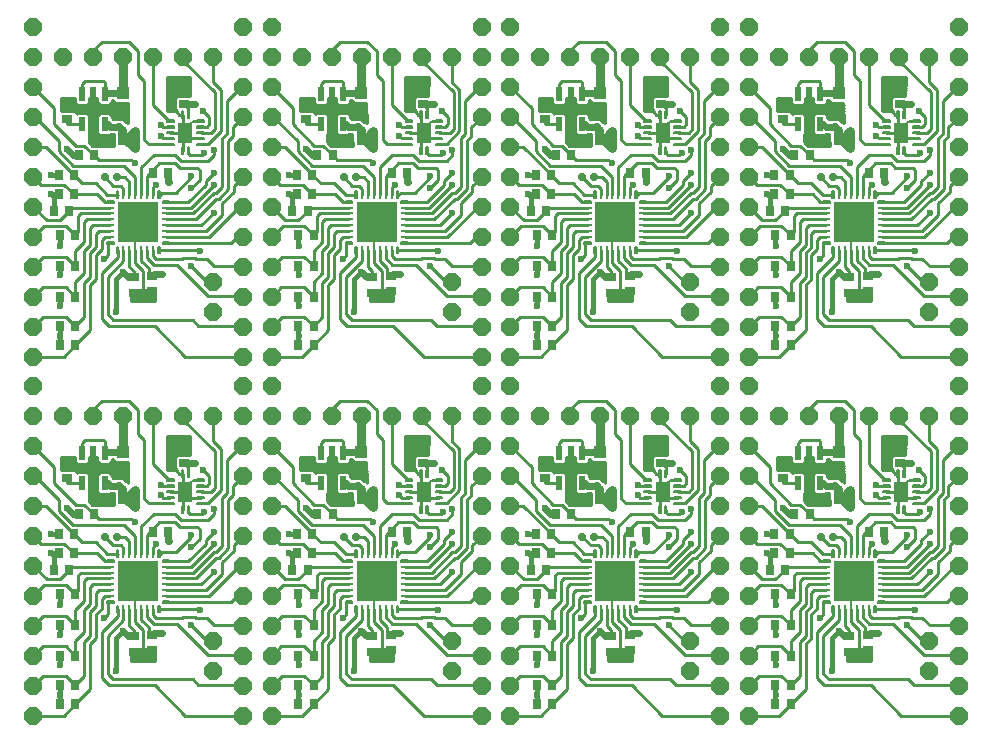
<source format=gtl>
G75*
%MOIN*%
%OFA0B0*%
%FSLAX24Y24*%
%IPPOS*%
%LPD*%
%AMOC8*
5,1,8,0,0,1.08239X$1,22.5*
%
%ADD10OC8,0.0591*%
%ADD11C,0.0055*%
%ADD12R,0.0110X0.0276*%
%ADD13R,0.0276X0.0110*%
%ADD14R,0.1378X0.1378*%
%ADD15R,0.0217X0.0472*%
%ADD16R,0.0354X0.0276*%
%ADD17R,0.0276X0.0354*%
%ADD18R,0.0394X0.0433*%
%ADD19C,0.0276*%
%ADD20R,0.0453X0.0650*%
%ADD21C,0.0236*%
%ADD22C,0.0079*%
%ADD23C,0.0098*%
%ADD24C,0.0236*%
%ADD25C,0.0315*%
%ADD26C,0.0157*%
D10*
X005192Y008700D03*
X005192Y009700D03*
X005192Y010700D03*
X005192Y011700D03*
X005192Y012700D03*
X005192Y013700D03*
X005192Y014700D03*
X005192Y015700D03*
X005192Y016700D03*
X005192Y017700D03*
X005192Y018700D03*
X005192Y019700D03*
X005192Y020669D03*
X005192Y021669D03*
X005192Y022669D03*
X005192Y023669D03*
X005192Y024669D03*
X005192Y025669D03*
X005192Y026669D03*
X005192Y027669D03*
X005192Y028669D03*
X005192Y029669D03*
X005192Y030669D03*
X005192Y031669D03*
X006192Y030669D03*
X007192Y030669D03*
X008192Y030669D03*
X009192Y030669D03*
X010192Y030669D03*
X011192Y030669D03*
X012192Y030669D03*
X012192Y031669D03*
X013145Y031669D03*
X013145Y030669D03*
X013145Y029669D03*
X012192Y029669D03*
X012192Y028669D03*
X013145Y028669D03*
X013145Y027669D03*
X012192Y027669D03*
X012192Y026669D03*
X012192Y025669D03*
X013145Y025669D03*
X013145Y026669D03*
X013145Y024669D03*
X012192Y024669D03*
X012192Y023669D03*
X011192Y023169D03*
X012192Y022669D03*
X012192Y021669D03*
X011192Y022169D03*
X012192Y020669D03*
X013145Y020669D03*
X013145Y019700D03*
X012192Y019700D03*
X012192Y018700D03*
X011192Y018700D03*
X012192Y017700D03*
X013145Y017700D03*
X013145Y018700D03*
X014145Y018700D03*
X015145Y018700D03*
X016145Y018700D03*
X017145Y018700D03*
X018145Y018700D03*
X019145Y018700D03*
X020145Y018700D03*
X020145Y017700D03*
X021098Y017700D03*
X021098Y018700D03*
X022098Y018700D03*
X023098Y018700D03*
X024098Y018700D03*
X025098Y018700D03*
X026098Y018700D03*
X027098Y018700D03*
X028098Y018700D03*
X028098Y017700D03*
X029051Y017700D03*
X029051Y018700D03*
X030051Y018700D03*
X031051Y018700D03*
X032051Y018700D03*
X033051Y018700D03*
X034051Y018700D03*
X035051Y018700D03*
X036051Y018700D03*
X036051Y017700D03*
X036051Y016700D03*
X036051Y015700D03*
X036051Y014700D03*
X036051Y013700D03*
X036051Y012700D03*
X036051Y011700D03*
X036051Y010700D03*
X036051Y009700D03*
X036051Y008700D03*
X035051Y010200D03*
X035051Y011200D03*
X029051Y010700D03*
X028098Y010700D03*
X027098Y010200D03*
X028098Y009700D03*
X028098Y008700D03*
X029051Y008700D03*
X029051Y009700D03*
X027098Y011200D03*
X028098Y011700D03*
X029051Y011700D03*
X029051Y012700D03*
X029051Y013700D03*
X028098Y013700D03*
X028098Y012700D03*
X028098Y014700D03*
X029051Y014700D03*
X029051Y015700D03*
X028098Y015700D03*
X028098Y016700D03*
X029051Y016700D03*
X029051Y019700D03*
X028098Y019700D03*
X028098Y020669D03*
X029051Y020669D03*
X029051Y021669D03*
X029051Y022669D03*
X028098Y022669D03*
X028098Y021669D03*
X027098Y022169D03*
X027098Y023169D03*
X028098Y023669D03*
X029051Y023669D03*
X029051Y024669D03*
X028098Y024669D03*
X028098Y025669D03*
X028098Y026669D03*
X029051Y026669D03*
X029051Y025669D03*
X029051Y027669D03*
X028098Y027669D03*
X028098Y028669D03*
X029051Y028669D03*
X029051Y029669D03*
X028098Y029669D03*
X028098Y030669D03*
X028098Y031669D03*
X027098Y030669D03*
X026098Y030669D03*
X025098Y030669D03*
X024098Y030669D03*
X023098Y030669D03*
X022098Y030669D03*
X021098Y030669D03*
X021098Y031669D03*
X020145Y031669D03*
X020145Y030669D03*
X019145Y030669D03*
X018145Y030669D03*
X017145Y030669D03*
X016145Y030669D03*
X015145Y030669D03*
X014145Y030669D03*
X020145Y029669D03*
X021098Y029669D03*
X021098Y028669D03*
X020145Y028669D03*
X020145Y027669D03*
X021098Y027669D03*
X021098Y026669D03*
X021098Y025669D03*
X020145Y025669D03*
X020145Y026669D03*
X020145Y024669D03*
X021098Y024669D03*
X021098Y023669D03*
X020145Y023669D03*
X019145Y023169D03*
X020145Y022669D03*
X020145Y021669D03*
X019145Y022169D03*
X020145Y020669D03*
X021098Y020669D03*
X021098Y019700D03*
X020145Y019700D03*
X021098Y021669D03*
X021098Y022669D03*
X021098Y016700D03*
X020145Y016700D03*
X020145Y015700D03*
X021098Y015700D03*
X021098Y014700D03*
X020145Y014700D03*
X020145Y013700D03*
X020145Y012700D03*
X021098Y012700D03*
X021098Y013700D03*
X021098Y011700D03*
X020145Y011700D03*
X019145Y011200D03*
X020145Y010700D03*
X019145Y010200D03*
X020145Y009700D03*
X020145Y008700D03*
X021098Y008700D03*
X021098Y009700D03*
X021098Y010700D03*
X013145Y010700D03*
X012192Y010700D03*
X011192Y010200D03*
X012192Y009700D03*
X012192Y008700D03*
X013145Y008700D03*
X013145Y009700D03*
X011192Y011200D03*
X012192Y011700D03*
X013145Y011700D03*
X013145Y012700D03*
X013145Y013700D03*
X012192Y013700D03*
X012192Y012700D03*
X012192Y014700D03*
X013145Y014700D03*
X013145Y015700D03*
X012192Y015700D03*
X012192Y016700D03*
X013145Y016700D03*
X010192Y018700D03*
X009192Y018700D03*
X008192Y018700D03*
X007192Y018700D03*
X006192Y018700D03*
X013145Y021669D03*
X013145Y022669D03*
X013145Y023669D03*
X029051Y030669D03*
X030051Y030669D03*
X029051Y031669D03*
X031051Y030669D03*
X032051Y030669D03*
X033051Y030669D03*
X034051Y030669D03*
X035051Y030669D03*
X036051Y030669D03*
X036051Y031669D03*
X036051Y029669D03*
X036051Y028669D03*
X036051Y027669D03*
X036051Y026669D03*
X036051Y025669D03*
X036051Y024669D03*
X036051Y023669D03*
X036051Y022669D03*
X036051Y021669D03*
X036051Y020669D03*
X036051Y019700D03*
X035051Y022169D03*
X035051Y023169D03*
D11*
X033365Y024428D02*
X033365Y024484D01*
X033587Y024484D01*
X033587Y024428D01*
X033365Y024428D01*
X033365Y024482D02*
X033587Y024482D01*
X033212Y024331D02*
X033212Y024109D01*
X033212Y024331D02*
X033268Y024331D01*
X033268Y024109D01*
X033212Y024109D01*
X033212Y024163D02*
X033268Y024163D01*
X033268Y024217D02*
X033212Y024217D01*
X033212Y024271D02*
X033268Y024271D01*
X033268Y024325D02*
X033212Y024325D01*
X031834Y024331D02*
X031834Y024109D01*
X031834Y024331D02*
X031890Y024331D01*
X031890Y024109D01*
X031834Y024109D01*
X031834Y024163D02*
X031890Y024163D01*
X031890Y024217D02*
X031834Y024217D01*
X031834Y024271D02*
X031890Y024271D01*
X031890Y024325D02*
X031834Y024325D01*
X031515Y024428D02*
X031515Y024484D01*
X031737Y024484D01*
X031737Y024428D01*
X031515Y024428D01*
X031515Y024482D02*
X031737Y024482D01*
X031515Y025806D02*
X031515Y025862D01*
X031737Y025862D01*
X031737Y025806D01*
X031515Y025806D01*
X031515Y025860D02*
X031737Y025860D01*
X031834Y025959D02*
X031834Y026181D01*
X031890Y026181D01*
X031890Y025959D01*
X031834Y025959D01*
X031834Y026013D02*
X031890Y026013D01*
X031890Y026067D02*
X031834Y026067D01*
X031834Y026121D02*
X031890Y026121D01*
X031890Y026175D02*
X031834Y026175D01*
X033212Y026181D02*
X033212Y025959D01*
X033212Y026181D02*
X033268Y026181D01*
X033268Y025959D01*
X033212Y025959D01*
X033212Y026013D02*
X033268Y026013D01*
X033268Y026067D02*
X033212Y026067D01*
X033212Y026121D02*
X033268Y026121D01*
X033268Y026175D02*
X033212Y026175D01*
X033365Y025862D02*
X033365Y025806D01*
X033365Y025862D02*
X033587Y025862D01*
X033587Y025806D01*
X033365Y025806D01*
X033365Y025860D02*
X033587Y025860D01*
X033999Y027426D02*
X034055Y027426D01*
X033999Y027426D02*
X033999Y027648D01*
X034055Y027648D01*
X034055Y027426D01*
X034055Y027480D02*
X033999Y027480D01*
X033999Y027534D02*
X034055Y027534D01*
X034055Y027588D02*
X033999Y027588D01*
X033999Y027642D02*
X034055Y027642D01*
X034196Y027426D02*
X034252Y027426D01*
X034196Y027426D02*
X034196Y027648D01*
X034252Y027648D01*
X034252Y027426D01*
X034252Y027480D02*
X034196Y027480D01*
X034196Y027534D02*
X034252Y027534D01*
X034252Y027588D02*
X034196Y027588D01*
X034196Y027642D02*
X034252Y027642D01*
X034739Y027716D02*
X034739Y027772D01*
X034739Y027716D02*
X034517Y027716D01*
X034517Y027772D01*
X034739Y027772D01*
X034739Y027770D02*
X034517Y027770D01*
X034739Y027913D02*
X034739Y027969D01*
X034739Y027913D02*
X034517Y027913D01*
X034517Y027969D01*
X034739Y027969D01*
X034739Y027967D02*
X034517Y027967D01*
X034739Y028109D02*
X034739Y028165D01*
X034739Y028109D02*
X034517Y028109D01*
X034517Y028165D01*
X034739Y028165D01*
X034739Y028163D02*
X034517Y028163D01*
X034739Y028306D02*
X034739Y028362D01*
X034739Y028306D02*
X034517Y028306D01*
X034517Y028362D01*
X034739Y028362D01*
X034739Y028360D02*
X034517Y028360D01*
X034739Y028503D02*
X034739Y028559D01*
X034739Y028503D02*
X034517Y028503D01*
X034517Y028559D01*
X034739Y028559D01*
X034739Y028557D02*
X034517Y028557D01*
X034252Y028849D02*
X034196Y028849D01*
X034252Y028849D02*
X034252Y028627D01*
X034196Y028627D01*
X034196Y028849D01*
X034196Y028681D02*
X034252Y028681D01*
X034252Y028735D02*
X034196Y028735D01*
X034196Y028789D02*
X034252Y028789D01*
X034252Y028843D02*
X034196Y028843D01*
X034055Y028849D02*
X033999Y028849D01*
X034055Y028849D02*
X034055Y028627D01*
X033999Y028627D01*
X033999Y028849D01*
X033999Y028681D02*
X034055Y028681D01*
X034055Y028735D02*
X033999Y028735D01*
X033999Y028789D02*
X034055Y028789D01*
X034055Y028843D02*
X033999Y028843D01*
X033513Y028559D02*
X033513Y028503D01*
X033513Y028559D02*
X033735Y028559D01*
X033735Y028503D01*
X033513Y028503D01*
X033513Y028557D02*
X033735Y028557D01*
X033513Y028362D02*
X033513Y028306D01*
X033513Y028362D02*
X033735Y028362D01*
X033735Y028306D01*
X033513Y028306D01*
X033513Y028360D02*
X033735Y028360D01*
X033513Y028165D02*
X033513Y028109D01*
X033513Y028165D02*
X033735Y028165D01*
X033735Y028109D01*
X033513Y028109D01*
X033513Y028163D02*
X033735Y028163D01*
X033513Y027969D02*
X033513Y027913D01*
X033513Y027969D02*
X033735Y027969D01*
X033735Y027913D01*
X033513Y027913D01*
X033513Y027967D02*
X033735Y027967D01*
X033513Y027772D02*
X033513Y027716D01*
X033513Y027772D02*
X033735Y027772D01*
X033735Y027716D01*
X033513Y027716D01*
X033513Y027770D02*
X033735Y027770D01*
X026786Y027772D02*
X026786Y027716D01*
X026564Y027716D01*
X026564Y027772D01*
X026786Y027772D01*
X026786Y027770D02*
X026564Y027770D01*
X026786Y027913D02*
X026786Y027969D01*
X026786Y027913D02*
X026564Y027913D01*
X026564Y027969D01*
X026786Y027969D01*
X026786Y027967D02*
X026564Y027967D01*
X026786Y028109D02*
X026786Y028165D01*
X026786Y028109D02*
X026564Y028109D01*
X026564Y028165D01*
X026786Y028165D01*
X026786Y028163D02*
X026564Y028163D01*
X026786Y028306D02*
X026786Y028362D01*
X026786Y028306D02*
X026564Y028306D01*
X026564Y028362D01*
X026786Y028362D01*
X026786Y028360D02*
X026564Y028360D01*
X026786Y028503D02*
X026786Y028559D01*
X026786Y028503D02*
X026564Y028503D01*
X026564Y028559D01*
X026786Y028559D01*
X026786Y028557D02*
X026564Y028557D01*
X026299Y028849D02*
X026243Y028849D01*
X026299Y028849D02*
X026299Y028627D01*
X026243Y028627D01*
X026243Y028849D01*
X026243Y028681D02*
X026299Y028681D01*
X026299Y028735D02*
X026243Y028735D01*
X026243Y028789D02*
X026299Y028789D01*
X026299Y028843D02*
X026243Y028843D01*
X026102Y028849D02*
X026046Y028849D01*
X026102Y028849D02*
X026102Y028627D01*
X026046Y028627D01*
X026046Y028849D01*
X026046Y028681D02*
X026102Y028681D01*
X026102Y028735D02*
X026046Y028735D01*
X026046Y028789D02*
X026102Y028789D01*
X026102Y028843D02*
X026046Y028843D01*
X025560Y028559D02*
X025560Y028503D01*
X025560Y028559D02*
X025782Y028559D01*
X025782Y028503D01*
X025560Y028503D01*
X025560Y028557D02*
X025782Y028557D01*
X025560Y028362D02*
X025560Y028306D01*
X025560Y028362D02*
X025782Y028362D01*
X025782Y028306D01*
X025560Y028306D01*
X025560Y028360D02*
X025782Y028360D01*
X025560Y028165D02*
X025560Y028109D01*
X025560Y028165D02*
X025782Y028165D01*
X025782Y028109D01*
X025560Y028109D01*
X025560Y028163D02*
X025782Y028163D01*
X025560Y027969D02*
X025560Y027913D01*
X025560Y027969D02*
X025782Y027969D01*
X025782Y027913D01*
X025560Y027913D01*
X025560Y027967D02*
X025782Y027967D01*
X025560Y027772D02*
X025560Y027716D01*
X025560Y027772D02*
X025782Y027772D01*
X025782Y027716D01*
X025560Y027716D01*
X025560Y027770D02*
X025782Y027770D01*
X026046Y027426D02*
X026102Y027426D01*
X026046Y027426D02*
X026046Y027648D01*
X026102Y027648D01*
X026102Y027426D01*
X026102Y027480D02*
X026046Y027480D01*
X026046Y027534D02*
X026102Y027534D01*
X026102Y027588D02*
X026046Y027588D01*
X026046Y027642D02*
X026102Y027642D01*
X026243Y027426D02*
X026299Y027426D01*
X026243Y027426D02*
X026243Y027648D01*
X026299Y027648D01*
X026299Y027426D01*
X026299Y027480D02*
X026243Y027480D01*
X026243Y027534D02*
X026299Y027534D01*
X026299Y027588D02*
X026243Y027588D01*
X026243Y027642D02*
X026299Y027642D01*
X025259Y026181D02*
X025259Y025959D01*
X025259Y026181D02*
X025315Y026181D01*
X025315Y025959D01*
X025259Y025959D01*
X025259Y026013D02*
X025315Y026013D01*
X025315Y026067D02*
X025259Y026067D01*
X025259Y026121D02*
X025315Y026121D01*
X025315Y026175D02*
X025259Y026175D01*
X025412Y025862D02*
X025412Y025806D01*
X025412Y025862D02*
X025634Y025862D01*
X025634Y025806D01*
X025412Y025806D01*
X025412Y025860D02*
X025634Y025860D01*
X025412Y024484D02*
X025412Y024428D01*
X025412Y024484D02*
X025634Y024484D01*
X025634Y024428D01*
X025412Y024428D01*
X025412Y024482D02*
X025634Y024482D01*
X025259Y024331D02*
X025259Y024109D01*
X025259Y024331D02*
X025315Y024331D01*
X025315Y024109D01*
X025259Y024109D01*
X025259Y024163D02*
X025315Y024163D01*
X025315Y024217D02*
X025259Y024217D01*
X025259Y024271D02*
X025315Y024271D01*
X025315Y024325D02*
X025259Y024325D01*
X023881Y024331D02*
X023881Y024109D01*
X023881Y024331D02*
X023937Y024331D01*
X023937Y024109D01*
X023881Y024109D01*
X023881Y024163D02*
X023937Y024163D01*
X023937Y024217D02*
X023881Y024217D01*
X023881Y024271D02*
X023937Y024271D01*
X023937Y024325D02*
X023881Y024325D01*
X023562Y024428D02*
X023562Y024484D01*
X023784Y024484D01*
X023784Y024428D01*
X023562Y024428D01*
X023562Y024482D02*
X023784Y024482D01*
X023562Y025806D02*
X023562Y025862D01*
X023784Y025862D01*
X023784Y025806D01*
X023562Y025806D01*
X023562Y025860D02*
X023784Y025860D01*
X023881Y025959D02*
X023881Y026181D01*
X023937Y026181D01*
X023937Y025959D01*
X023881Y025959D01*
X023881Y026013D02*
X023937Y026013D01*
X023937Y026067D02*
X023881Y026067D01*
X023881Y026121D02*
X023937Y026121D01*
X023937Y026175D02*
X023881Y026175D01*
X018833Y027716D02*
X018833Y027772D01*
X018833Y027716D02*
X018611Y027716D01*
X018611Y027772D01*
X018833Y027772D01*
X018833Y027770D02*
X018611Y027770D01*
X018833Y027913D02*
X018833Y027969D01*
X018833Y027913D02*
X018611Y027913D01*
X018611Y027969D01*
X018833Y027969D01*
X018833Y027967D02*
X018611Y027967D01*
X018833Y028109D02*
X018833Y028165D01*
X018833Y028109D02*
X018611Y028109D01*
X018611Y028165D01*
X018833Y028165D01*
X018833Y028163D02*
X018611Y028163D01*
X018833Y028306D02*
X018833Y028362D01*
X018833Y028306D02*
X018611Y028306D01*
X018611Y028362D01*
X018833Y028362D01*
X018833Y028360D02*
X018611Y028360D01*
X018833Y028503D02*
X018833Y028559D01*
X018833Y028503D02*
X018611Y028503D01*
X018611Y028559D01*
X018833Y028559D01*
X018833Y028557D02*
X018611Y028557D01*
X018346Y028849D02*
X018290Y028849D01*
X018346Y028849D02*
X018346Y028627D01*
X018290Y028627D01*
X018290Y028849D01*
X018290Y028681D02*
X018346Y028681D01*
X018346Y028735D02*
X018290Y028735D01*
X018290Y028789D02*
X018346Y028789D01*
X018346Y028843D02*
X018290Y028843D01*
X018150Y028849D02*
X018094Y028849D01*
X018150Y028849D02*
X018150Y028627D01*
X018094Y028627D01*
X018094Y028849D01*
X018094Y028681D02*
X018150Y028681D01*
X018150Y028735D02*
X018094Y028735D01*
X018094Y028789D02*
X018150Y028789D01*
X018150Y028843D02*
X018094Y028843D01*
X017607Y028559D02*
X017607Y028503D01*
X017607Y028559D02*
X017829Y028559D01*
X017829Y028503D01*
X017607Y028503D01*
X017607Y028557D02*
X017829Y028557D01*
X017607Y028362D02*
X017607Y028306D01*
X017607Y028362D02*
X017829Y028362D01*
X017829Y028306D01*
X017607Y028306D01*
X017607Y028360D02*
X017829Y028360D01*
X017607Y028165D02*
X017607Y028109D01*
X017607Y028165D02*
X017829Y028165D01*
X017829Y028109D01*
X017607Y028109D01*
X017607Y028163D02*
X017829Y028163D01*
X017607Y027969D02*
X017607Y027913D01*
X017607Y027969D02*
X017829Y027969D01*
X017829Y027913D01*
X017607Y027913D01*
X017607Y027967D02*
X017829Y027967D01*
X017607Y027772D02*
X017607Y027716D01*
X017607Y027772D02*
X017829Y027772D01*
X017829Y027716D01*
X017607Y027716D01*
X017607Y027770D02*
X017829Y027770D01*
X018094Y027426D02*
X018150Y027426D01*
X018094Y027426D02*
X018094Y027648D01*
X018150Y027648D01*
X018150Y027426D01*
X018150Y027480D02*
X018094Y027480D01*
X018094Y027534D02*
X018150Y027534D01*
X018150Y027588D02*
X018094Y027588D01*
X018094Y027642D02*
X018150Y027642D01*
X018290Y027426D02*
X018346Y027426D01*
X018290Y027426D02*
X018290Y027648D01*
X018346Y027648D01*
X018346Y027426D01*
X018346Y027480D02*
X018290Y027480D01*
X018290Y027534D02*
X018346Y027534D01*
X018346Y027588D02*
X018290Y027588D01*
X018290Y027642D02*
X018346Y027642D01*
X017306Y026181D02*
X017306Y025959D01*
X017306Y026181D02*
X017362Y026181D01*
X017362Y025959D01*
X017306Y025959D01*
X017306Y026013D02*
X017362Y026013D01*
X017362Y026067D02*
X017306Y026067D01*
X017306Y026121D02*
X017362Y026121D01*
X017362Y026175D02*
X017306Y026175D01*
X017459Y025862D02*
X017459Y025806D01*
X017459Y025862D02*
X017681Y025862D01*
X017681Y025806D01*
X017459Y025806D01*
X017459Y025860D02*
X017681Y025860D01*
X017459Y024484D02*
X017459Y024428D01*
X017459Y024484D02*
X017681Y024484D01*
X017681Y024428D01*
X017459Y024428D01*
X017459Y024482D02*
X017681Y024482D01*
X017306Y024331D02*
X017306Y024109D01*
X017306Y024331D02*
X017362Y024331D01*
X017362Y024109D01*
X017306Y024109D01*
X017306Y024163D02*
X017362Y024163D01*
X017362Y024217D02*
X017306Y024217D01*
X017306Y024271D02*
X017362Y024271D01*
X017362Y024325D02*
X017306Y024325D01*
X015928Y024331D02*
X015928Y024109D01*
X015928Y024331D02*
X015984Y024331D01*
X015984Y024109D01*
X015928Y024109D01*
X015928Y024163D02*
X015984Y024163D01*
X015984Y024217D02*
X015928Y024217D01*
X015928Y024271D02*
X015984Y024271D01*
X015984Y024325D02*
X015928Y024325D01*
X015609Y024428D02*
X015609Y024484D01*
X015831Y024484D01*
X015831Y024428D01*
X015609Y024428D01*
X015609Y024482D02*
X015831Y024482D01*
X015609Y025806D02*
X015609Y025862D01*
X015831Y025862D01*
X015831Y025806D01*
X015609Y025806D01*
X015609Y025860D02*
X015831Y025860D01*
X015928Y025959D02*
X015928Y026181D01*
X015984Y026181D01*
X015984Y025959D01*
X015928Y025959D01*
X015928Y026013D02*
X015984Y026013D01*
X015984Y026067D02*
X015928Y026067D01*
X015928Y026121D02*
X015984Y026121D01*
X015984Y026175D02*
X015928Y026175D01*
X010880Y027716D02*
X010880Y027772D01*
X010880Y027716D02*
X010658Y027716D01*
X010658Y027772D01*
X010880Y027772D01*
X010880Y027770D02*
X010658Y027770D01*
X010880Y027913D02*
X010880Y027969D01*
X010880Y027913D02*
X010658Y027913D01*
X010658Y027969D01*
X010880Y027969D01*
X010880Y027967D02*
X010658Y027967D01*
X010880Y028109D02*
X010880Y028165D01*
X010880Y028109D02*
X010658Y028109D01*
X010658Y028165D01*
X010880Y028165D01*
X010880Y028163D02*
X010658Y028163D01*
X010880Y028306D02*
X010880Y028362D01*
X010880Y028306D02*
X010658Y028306D01*
X010658Y028362D01*
X010880Y028362D01*
X010880Y028360D02*
X010658Y028360D01*
X010880Y028503D02*
X010880Y028559D01*
X010880Y028503D02*
X010658Y028503D01*
X010658Y028559D01*
X010880Y028559D01*
X010880Y028557D02*
X010658Y028557D01*
X010394Y028849D02*
X010338Y028849D01*
X010394Y028849D02*
X010394Y028627D01*
X010338Y028627D01*
X010338Y028849D01*
X010338Y028681D02*
X010394Y028681D01*
X010394Y028735D02*
X010338Y028735D01*
X010338Y028789D02*
X010394Y028789D01*
X010394Y028843D02*
X010338Y028843D01*
X010197Y028849D02*
X010141Y028849D01*
X010197Y028849D02*
X010197Y028627D01*
X010141Y028627D01*
X010141Y028849D01*
X010141Y028681D02*
X010197Y028681D01*
X010197Y028735D02*
X010141Y028735D01*
X010141Y028789D02*
X010197Y028789D01*
X010197Y028843D02*
X010141Y028843D01*
X009654Y028559D02*
X009654Y028503D01*
X009654Y028559D02*
X009876Y028559D01*
X009876Y028503D01*
X009654Y028503D01*
X009654Y028557D02*
X009876Y028557D01*
X009654Y028362D02*
X009654Y028306D01*
X009654Y028362D02*
X009876Y028362D01*
X009876Y028306D01*
X009654Y028306D01*
X009654Y028360D02*
X009876Y028360D01*
X009654Y028165D02*
X009654Y028109D01*
X009654Y028165D02*
X009876Y028165D01*
X009876Y028109D01*
X009654Y028109D01*
X009654Y028163D02*
X009876Y028163D01*
X009654Y027969D02*
X009654Y027913D01*
X009654Y027969D02*
X009876Y027969D01*
X009876Y027913D01*
X009654Y027913D01*
X009654Y027967D02*
X009876Y027967D01*
X009654Y027772D02*
X009654Y027716D01*
X009654Y027772D02*
X009876Y027772D01*
X009876Y027716D01*
X009654Y027716D01*
X009654Y027770D02*
X009876Y027770D01*
X010141Y027426D02*
X010197Y027426D01*
X010141Y027426D02*
X010141Y027648D01*
X010197Y027648D01*
X010197Y027426D01*
X010197Y027480D02*
X010141Y027480D01*
X010141Y027534D02*
X010197Y027534D01*
X010197Y027588D02*
X010141Y027588D01*
X010141Y027642D02*
X010197Y027642D01*
X010338Y027426D02*
X010394Y027426D01*
X010338Y027426D02*
X010338Y027648D01*
X010394Y027648D01*
X010394Y027426D01*
X010394Y027480D02*
X010338Y027480D01*
X010338Y027534D02*
X010394Y027534D01*
X010394Y027588D02*
X010338Y027588D01*
X010338Y027642D02*
X010394Y027642D01*
X009353Y026181D02*
X009353Y025959D01*
X009353Y026181D02*
X009409Y026181D01*
X009409Y025959D01*
X009353Y025959D01*
X009353Y026013D02*
X009409Y026013D01*
X009409Y026067D02*
X009353Y026067D01*
X009353Y026121D02*
X009409Y026121D01*
X009409Y026175D02*
X009353Y026175D01*
X009507Y025862D02*
X009507Y025806D01*
X009507Y025862D02*
X009729Y025862D01*
X009729Y025806D01*
X009507Y025806D01*
X009507Y025860D02*
X009729Y025860D01*
X009507Y024484D02*
X009507Y024428D01*
X009507Y024484D02*
X009729Y024484D01*
X009729Y024428D01*
X009507Y024428D01*
X009507Y024482D02*
X009729Y024482D01*
X009353Y024331D02*
X009353Y024109D01*
X009353Y024331D02*
X009409Y024331D01*
X009409Y024109D01*
X009353Y024109D01*
X009353Y024163D02*
X009409Y024163D01*
X009409Y024217D02*
X009353Y024217D01*
X009353Y024271D02*
X009409Y024271D01*
X009409Y024325D02*
X009353Y024325D01*
X007975Y024331D02*
X007975Y024109D01*
X007975Y024331D02*
X008031Y024331D01*
X008031Y024109D01*
X007975Y024109D01*
X007975Y024163D02*
X008031Y024163D01*
X008031Y024217D02*
X007975Y024217D01*
X007975Y024271D02*
X008031Y024271D01*
X008031Y024325D02*
X007975Y024325D01*
X007656Y024428D02*
X007656Y024484D01*
X007878Y024484D01*
X007878Y024428D01*
X007656Y024428D01*
X007656Y024482D02*
X007878Y024482D01*
X007656Y025806D02*
X007656Y025862D01*
X007878Y025862D01*
X007878Y025806D01*
X007656Y025806D01*
X007656Y025860D02*
X007878Y025860D01*
X007975Y025959D02*
X007975Y026181D01*
X008031Y026181D01*
X008031Y025959D01*
X007975Y025959D01*
X007975Y026013D02*
X008031Y026013D01*
X008031Y026067D02*
X007975Y026067D01*
X007975Y026121D02*
X008031Y026121D01*
X008031Y026175D02*
X007975Y026175D01*
X010141Y016880D02*
X010197Y016880D01*
X010197Y016658D01*
X010141Y016658D01*
X010141Y016880D01*
X010141Y016712D02*
X010197Y016712D01*
X010197Y016766D02*
X010141Y016766D01*
X010141Y016820D02*
X010197Y016820D01*
X010197Y016874D02*
X010141Y016874D01*
X010338Y016880D02*
X010394Y016880D01*
X010394Y016658D01*
X010338Y016658D01*
X010338Y016880D01*
X010338Y016712D02*
X010394Y016712D01*
X010394Y016766D02*
X010338Y016766D01*
X010338Y016820D02*
X010394Y016820D01*
X010394Y016874D02*
X010338Y016874D01*
X010880Y016591D02*
X010880Y016535D01*
X010658Y016535D01*
X010658Y016591D01*
X010880Y016591D01*
X010880Y016589D02*
X010658Y016589D01*
X010880Y016394D02*
X010880Y016338D01*
X010658Y016338D01*
X010658Y016394D01*
X010880Y016394D01*
X010880Y016392D02*
X010658Y016392D01*
X010880Y016197D02*
X010880Y016141D01*
X010658Y016141D01*
X010658Y016197D01*
X010880Y016197D01*
X010880Y016195D02*
X010658Y016195D01*
X010880Y016000D02*
X010880Y015944D01*
X010658Y015944D01*
X010658Y016000D01*
X010880Y016000D01*
X010880Y015998D02*
X010658Y015998D01*
X010880Y015803D02*
X010880Y015747D01*
X010658Y015747D01*
X010658Y015803D01*
X010880Y015803D01*
X010880Y015801D02*
X010658Y015801D01*
X010394Y015458D02*
X010338Y015458D01*
X010338Y015680D01*
X010394Y015680D01*
X010394Y015458D01*
X010394Y015512D02*
X010338Y015512D01*
X010338Y015566D02*
X010394Y015566D01*
X010394Y015620D02*
X010338Y015620D01*
X010338Y015674D02*
X010394Y015674D01*
X010197Y015458D02*
X010141Y015458D01*
X010141Y015680D01*
X010197Y015680D01*
X010197Y015458D01*
X010197Y015512D02*
X010141Y015512D01*
X010141Y015566D02*
X010197Y015566D01*
X010197Y015620D02*
X010141Y015620D01*
X010141Y015674D02*
X010197Y015674D01*
X009654Y015747D02*
X009654Y015803D01*
X009876Y015803D01*
X009876Y015747D01*
X009654Y015747D01*
X009654Y015801D02*
X009876Y015801D01*
X009654Y015944D02*
X009654Y016000D01*
X009876Y016000D01*
X009876Y015944D01*
X009654Y015944D01*
X009654Y015998D02*
X009876Y015998D01*
X009654Y016141D02*
X009654Y016197D01*
X009876Y016197D01*
X009876Y016141D01*
X009654Y016141D01*
X009654Y016195D02*
X009876Y016195D01*
X009654Y016338D02*
X009654Y016394D01*
X009876Y016394D01*
X009876Y016338D01*
X009654Y016338D01*
X009654Y016392D02*
X009876Y016392D01*
X009654Y016535D02*
X009654Y016591D01*
X009876Y016591D01*
X009876Y016535D01*
X009654Y016535D01*
X009654Y016589D02*
X009876Y016589D01*
X009353Y014213D02*
X009353Y013991D01*
X009353Y014213D02*
X009409Y014213D01*
X009409Y013991D01*
X009353Y013991D01*
X009353Y014045D02*
X009409Y014045D01*
X009409Y014099D02*
X009353Y014099D01*
X009353Y014153D02*
X009409Y014153D01*
X009409Y014207D02*
X009353Y014207D01*
X009507Y013894D02*
X009507Y013838D01*
X009507Y013894D02*
X009729Y013894D01*
X009729Y013838D01*
X009507Y013838D01*
X009507Y013892D02*
X009729Y013892D01*
X009507Y012516D02*
X009507Y012460D01*
X009507Y012516D02*
X009729Y012516D01*
X009729Y012460D01*
X009507Y012460D01*
X009507Y012514D02*
X009729Y012514D01*
X009353Y012363D02*
X009353Y012141D01*
X009353Y012363D02*
X009409Y012363D01*
X009409Y012141D01*
X009353Y012141D01*
X009353Y012195D02*
X009409Y012195D01*
X009409Y012249D02*
X009353Y012249D01*
X009353Y012303D02*
X009409Y012303D01*
X009409Y012357D02*
X009353Y012357D01*
X007975Y012363D02*
X007975Y012141D01*
X007975Y012363D02*
X008031Y012363D01*
X008031Y012141D01*
X007975Y012141D01*
X007975Y012195D02*
X008031Y012195D01*
X008031Y012249D02*
X007975Y012249D01*
X007975Y012303D02*
X008031Y012303D01*
X008031Y012357D02*
X007975Y012357D01*
X007656Y012460D02*
X007656Y012516D01*
X007878Y012516D01*
X007878Y012460D01*
X007656Y012460D01*
X007656Y012514D02*
X007878Y012514D01*
X007656Y013838D02*
X007656Y013894D01*
X007878Y013894D01*
X007878Y013838D01*
X007656Y013838D01*
X007656Y013892D02*
X007878Y013892D01*
X007975Y013991D02*
X007975Y014213D01*
X008031Y014213D01*
X008031Y013991D01*
X007975Y013991D01*
X007975Y014045D02*
X008031Y014045D01*
X008031Y014099D02*
X007975Y014099D01*
X007975Y014153D02*
X008031Y014153D01*
X008031Y014207D02*
X007975Y014207D01*
X015609Y013894D02*
X015609Y013838D01*
X015609Y013894D02*
X015831Y013894D01*
X015831Y013838D01*
X015609Y013838D01*
X015609Y013892D02*
X015831Y013892D01*
X015928Y013991D02*
X015928Y014213D01*
X015984Y014213D01*
X015984Y013991D01*
X015928Y013991D01*
X015928Y014045D02*
X015984Y014045D01*
X015984Y014099D02*
X015928Y014099D01*
X015928Y014153D02*
X015984Y014153D01*
X015984Y014207D02*
X015928Y014207D01*
X017306Y014213D02*
X017306Y013991D01*
X017306Y014213D02*
X017362Y014213D01*
X017362Y013991D01*
X017306Y013991D01*
X017306Y014045D02*
X017362Y014045D01*
X017362Y014099D02*
X017306Y014099D01*
X017306Y014153D02*
X017362Y014153D01*
X017362Y014207D02*
X017306Y014207D01*
X017459Y013894D02*
X017459Y013838D01*
X017459Y013894D02*
X017681Y013894D01*
X017681Y013838D01*
X017459Y013838D01*
X017459Y013892D02*
X017681Y013892D01*
X017459Y012516D02*
X017459Y012460D01*
X017459Y012516D02*
X017681Y012516D01*
X017681Y012460D01*
X017459Y012460D01*
X017459Y012514D02*
X017681Y012514D01*
X017306Y012363D02*
X017306Y012141D01*
X017306Y012363D02*
X017362Y012363D01*
X017362Y012141D01*
X017306Y012141D01*
X017306Y012195D02*
X017362Y012195D01*
X017362Y012249D02*
X017306Y012249D01*
X017306Y012303D02*
X017362Y012303D01*
X017362Y012357D02*
X017306Y012357D01*
X015928Y012363D02*
X015928Y012141D01*
X015928Y012363D02*
X015984Y012363D01*
X015984Y012141D01*
X015928Y012141D01*
X015928Y012195D02*
X015984Y012195D01*
X015984Y012249D02*
X015928Y012249D01*
X015928Y012303D02*
X015984Y012303D01*
X015984Y012357D02*
X015928Y012357D01*
X015609Y012460D02*
X015609Y012516D01*
X015831Y012516D01*
X015831Y012460D01*
X015609Y012460D01*
X015609Y012514D02*
X015831Y012514D01*
X017607Y015747D02*
X017607Y015803D01*
X017829Y015803D01*
X017829Y015747D01*
X017607Y015747D01*
X017607Y015801D02*
X017829Y015801D01*
X017607Y015944D02*
X017607Y016000D01*
X017829Y016000D01*
X017829Y015944D01*
X017607Y015944D01*
X017607Y015998D02*
X017829Y015998D01*
X017607Y016141D02*
X017607Y016197D01*
X017829Y016197D01*
X017829Y016141D01*
X017607Y016141D01*
X017607Y016195D02*
X017829Y016195D01*
X017607Y016338D02*
X017607Y016394D01*
X017829Y016394D01*
X017829Y016338D01*
X017607Y016338D01*
X017607Y016392D02*
X017829Y016392D01*
X017607Y016535D02*
X017607Y016591D01*
X017829Y016591D01*
X017829Y016535D01*
X017607Y016535D01*
X017607Y016589D02*
X017829Y016589D01*
X018094Y016880D02*
X018150Y016880D01*
X018150Y016658D01*
X018094Y016658D01*
X018094Y016880D01*
X018094Y016712D02*
X018150Y016712D01*
X018150Y016766D02*
X018094Y016766D01*
X018094Y016820D02*
X018150Y016820D01*
X018150Y016874D02*
X018094Y016874D01*
X018290Y016880D02*
X018346Y016880D01*
X018346Y016658D01*
X018290Y016658D01*
X018290Y016880D01*
X018290Y016712D02*
X018346Y016712D01*
X018346Y016766D02*
X018290Y016766D01*
X018290Y016820D02*
X018346Y016820D01*
X018346Y016874D02*
X018290Y016874D01*
X018833Y016591D02*
X018833Y016535D01*
X018611Y016535D01*
X018611Y016591D01*
X018833Y016591D01*
X018833Y016589D02*
X018611Y016589D01*
X018833Y016394D02*
X018833Y016338D01*
X018611Y016338D01*
X018611Y016394D01*
X018833Y016394D01*
X018833Y016392D02*
X018611Y016392D01*
X018833Y016197D02*
X018833Y016141D01*
X018611Y016141D01*
X018611Y016197D01*
X018833Y016197D01*
X018833Y016195D02*
X018611Y016195D01*
X018833Y016000D02*
X018833Y015944D01*
X018611Y015944D01*
X018611Y016000D01*
X018833Y016000D01*
X018833Y015998D02*
X018611Y015998D01*
X018833Y015803D02*
X018833Y015747D01*
X018611Y015747D01*
X018611Y015803D01*
X018833Y015803D01*
X018833Y015801D02*
X018611Y015801D01*
X018346Y015458D02*
X018290Y015458D01*
X018290Y015680D01*
X018346Y015680D01*
X018346Y015458D01*
X018346Y015512D02*
X018290Y015512D01*
X018290Y015566D02*
X018346Y015566D01*
X018346Y015620D02*
X018290Y015620D01*
X018290Y015674D02*
X018346Y015674D01*
X018150Y015458D02*
X018094Y015458D01*
X018094Y015680D01*
X018150Y015680D01*
X018150Y015458D01*
X018150Y015512D02*
X018094Y015512D01*
X018094Y015566D02*
X018150Y015566D01*
X018150Y015620D02*
X018094Y015620D01*
X018094Y015674D02*
X018150Y015674D01*
X023562Y013894D02*
X023562Y013838D01*
X023562Y013894D02*
X023784Y013894D01*
X023784Y013838D01*
X023562Y013838D01*
X023562Y013892D02*
X023784Y013892D01*
X023881Y013991D02*
X023881Y014213D01*
X023937Y014213D01*
X023937Y013991D01*
X023881Y013991D01*
X023881Y014045D02*
X023937Y014045D01*
X023937Y014099D02*
X023881Y014099D01*
X023881Y014153D02*
X023937Y014153D01*
X023937Y014207D02*
X023881Y014207D01*
X025259Y014213D02*
X025259Y013991D01*
X025259Y014213D02*
X025315Y014213D01*
X025315Y013991D01*
X025259Y013991D01*
X025259Y014045D02*
X025315Y014045D01*
X025315Y014099D02*
X025259Y014099D01*
X025259Y014153D02*
X025315Y014153D01*
X025315Y014207D02*
X025259Y014207D01*
X025412Y013894D02*
X025412Y013838D01*
X025412Y013894D02*
X025634Y013894D01*
X025634Y013838D01*
X025412Y013838D01*
X025412Y013892D02*
X025634Y013892D01*
X025412Y012516D02*
X025412Y012460D01*
X025412Y012516D02*
X025634Y012516D01*
X025634Y012460D01*
X025412Y012460D01*
X025412Y012514D02*
X025634Y012514D01*
X025259Y012363D02*
X025259Y012141D01*
X025259Y012363D02*
X025315Y012363D01*
X025315Y012141D01*
X025259Y012141D01*
X025259Y012195D02*
X025315Y012195D01*
X025315Y012249D02*
X025259Y012249D01*
X025259Y012303D02*
X025315Y012303D01*
X025315Y012357D02*
X025259Y012357D01*
X023881Y012363D02*
X023881Y012141D01*
X023881Y012363D02*
X023937Y012363D01*
X023937Y012141D01*
X023881Y012141D01*
X023881Y012195D02*
X023937Y012195D01*
X023937Y012249D02*
X023881Y012249D01*
X023881Y012303D02*
X023937Y012303D01*
X023937Y012357D02*
X023881Y012357D01*
X023562Y012460D02*
X023562Y012516D01*
X023784Y012516D01*
X023784Y012460D01*
X023562Y012460D01*
X023562Y012514D02*
X023784Y012514D01*
X025560Y015747D02*
X025560Y015803D01*
X025782Y015803D01*
X025782Y015747D01*
X025560Y015747D01*
X025560Y015801D02*
X025782Y015801D01*
X025560Y015944D02*
X025560Y016000D01*
X025782Y016000D01*
X025782Y015944D01*
X025560Y015944D01*
X025560Y015998D02*
X025782Y015998D01*
X025560Y016141D02*
X025560Y016197D01*
X025782Y016197D01*
X025782Y016141D01*
X025560Y016141D01*
X025560Y016195D02*
X025782Y016195D01*
X025560Y016338D02*
X025560Y016394D01*
X025782Y016394D01*
X025782Y016338D01*
X025560Y016338D01*
X025560Y016392D02*
X025782Y016392D01*
X025560Y016535D02*
X025560Y016591D01*
X025782Y016591D01*
X025782Y016535D01*
X025560Y016535D01*
X025560Y016589D02*
X025782Y016589D01*
X026046Y016880D02*
X026102Y016880D01*
X026102Y016658D01*
X026046Y016658D01*
X026046Y016880D01*
X026046Y016712D02*
X026102Y016712D01*
X026102Y016766D02*
X026046Y016766D01*
X026046Y016820D02*
X026102Y016820D01*
X026102Y016874D02*
X026046Y016874D01*
X026243Y016880D02*
X026299Y016880D01*
X026299Y016658D01*
X026243Y016658D01*
X026243Y016880D01*
X026243Y016712D02*
X026299Y016712D01*
X026299Y016766D02*
X026243Y016766D01*
X026243Y016820D02*
X026299Y016820D01*
X026299Y016874D02*
X026243Y016874D01*
X026786Y016591D02*
X026786Y016535D01*
X026564Y016535D01*
X026564Y016591D01*
X026786Y016591D01*
X026786Y016589D02*
X026564Y016589D01*
X026786Y016394D02*
X026786Y016338D01*
X026564Y016338D01*
X026564Y016394D01*
X026786Y016394D01*
X026786Y016392D02*
X026564Y016392D01*
X026786Y016197D02*
X026786Y016141D01*
X026564Y016141D01*
X026564Y016197D01*
X026786Y016197D01*
X026786Y016195D02*
X026564Y016195D01*
X026786Y016000D02*
X026786Y015944D01*
X026564Y015944D01*
X026564Y016000D01*
X026786Y016000D01*
X026786Y015998D02*
X026564Y015998D01*
X026786Y015803D02*
X026786Y015747D01*
X026564Y015747D01*
X026564Y015803D01*
X026786Y015803D01*
X026786Y015801D02*
X026564Y015801D01*
X026299Y015458D02*
X026243Y015458D01*
X026243Y015680D01*
X026299Y015680D01*
X026299Y015458D01*
X026299Y015512D02*
X026243Y015512D01*
X026243Y015566D02*
X026299Y015566D01*
X026299Y015620D02*
X026243Y015620D01*
X026243Y015674D02*
X026299Y015674D01*
X026102Y015458D02*
X026046Y015458D01*
X026046Y015680D01*
X026102Y015680D01*
X026102Y015458D01*
X026102Y015512D02*
X026046Y015512D01*
X026046Y015566D02*
X026102Y015566D01*
X026102Y015620D02*
X026046Y015620D01*
X026046Y015674D02*
X026102Y015674D01*
X031515Y013894D02*
X031515Y013838D01*
X031515Y013894D02*
X031737Y013894D01*
X031737Y013838D01*
X031515Y013838D01*
X031515Y013892D02*
X031737Y013892D01*
X031834Y013991D02*
X031834Y014213D01*
X031890Y014213D01*
X031890Y013991D01*
X031834Y013991D01*
X031834Y014045D02*
X031890Y014045D01*
X031890Y014099D02*
X031834Y014099D01*
X031834Y014153D02*
X031890Y014153D01*
X031890Y014207D02*
X031834Y014207D01*
X033212Y014213D02*
X033212Y013991D01*
X033212Y014213D02*
X033268Y014213D01*
X033268Y013991D01*
X033212Y013991D01*
X033212Y014045D02*
X033268Y014045D01*
X033268Y014099D02*
X033212Y014099D01*
X033212Y014153D02*
X033268Y014153D01*
X033268Y014207D02*
X033212Y014207D01*
X033365Y013894D02*
X033365Y013838D01*
X033365Y013894D02*
X033587Y013894D01*
X033587Y013838D01*
X033365Y013838D01*
X033365Y013892D02*
X033587Y013892D01*
X033365Y012516D02*
X033365Y012460D01*
X033365Y012516D02*
X033587Y012516D01*
X033587Y012460D01*
X033365Y012460D01*
X033365Y012514D02*
X033587Y012514D01*
X033212Y012363D02*
X033212Y012141D01*
X033212Y012363D02*
X033268Y012363D01*
X033268Y012141D01*
X033212Y012141D01*
X033212Y012195D02*
X033268Y012195D01*
X033268Y012249D02*
X033212Y012249D01*
X033212Y012303D02*
X033268Y012303D01*
X033268Y012357D02*
X033212Y012357D01*
X031834Y012363D02*
X031834Y012141D01*
X031834Y012363D02*
X031890Y012363D01*
X031890Y012141D01*
X031834Y012141D01*
X031834Y012195D02*
X031890Y012195D01*
X031890Y012249D02*
X031834Y012249D01*
X031834Y012303D02*
X031890Y012303D01*
X031890Y012357D02*
X031834Y012357D01*
X031515Y012460D02*
X031515Y012516D01*
X031737Y012516D01*
X031737Y012460D01*
X031515Y012460D01*
X031515Y012514D02*
X031737Y012514D01*
X033513Y015747D02*
X033513Y015803D01*
X033735Y015803D01*
X033735Y015747D01*
X033513Y015747D01*
X033513Y015801D02*
X033735Y015801D01*
X033513Y015944D02*
X033513Y016000D01*
X033735Y016000D01*
X033735Y015944D01*
X033513Y015944D01*
X033513Y015998D02*
X033735Y015998D01*
X033513Y016141D02*
X033513Y016197D01*
X033735Y016197D01*
X033735Y016141D01*
X033513Y016141D01*
X033513Y016195D02*
X033735Y016195D01*
X033513Y016338D02*
X033513Y016394D01*
X033735Y016394D01*
X033735Y016338D01*
X033513Y016338D01*
X033513Y016392D02*
X033735Y016392D01*
X033513Y016535D02*
X033513Y016591D01*
X033735Y016591D01*
X033735Y016535D01*
X033513Y016535D01*
X033513Y016589D02*
X033735Y016589D01*
X033999Y016880D02*
X034055Y016880D01*
X034055Y016658D01*
X033999Y016658D01*
X033999Y016880D01*
X033999Y016712D02*
X034055Y016712D01*
X034055Y016766D02*
X033999Y016766D01*
X033999Y016820D02*
X034055Y016820D01*
X034055Y016874D02*
X033999Y016874D01*
X034196Y016880D02*
X034252Y016880D01*
X034252Y016658D01*
X034196Y016658D01*
X034196Y016880D01*
X034196Y016712D02*
X034252Y016712D01*
X034252Y016766D02*
X034196Y016766D01*
X034196Y016820D02*
X034252Y016820D01*
X034252Y016874D02*
X034196Y016874D01*
X034739Y016591D02*
X034739Y016535D01*
X034517Y016535D01*
X034517Y016591D01*
X034739Y016591D01*
X034739Y016589D02*
X034517Y016589D01*
X034739Y016394D02*
X034739Y016338D01*
X034517Y016338D01*
X034517Y016394D01*
X034739Y016394D01*
X034739Y016392D02*
X034517Y016392D01*
X034739Y016197D02*
X034739Y016141D01*
X034517Y016141D01*
X034517Y016197D01*
X034739Y016197D01*
X034739Y016195D02*
X034517Y016195D01*
X034739Y016000D02*
X034739Y015944D01*
X034517Y015944D01*
X034517Y016000D01*
X034739Y016000D01*
X034739Y015998D02*
X034517Y015998D01*
X034739Y015803D02*
X034739Y015747D01*
X034517Y015747D01*
X034517Y015803D01*
X034739Y015803D01*
X034739Y015801D02*
X034517Y015801D01*
X034252Y015458D02*
X034196Y015458D01*
X034196Y015680D01*
X034252Y015680D01*
X034252Y015458D01*
X034252Y015512D02*
X034196Y015512D01*
X034196Y015566D02*
X034252Y015566D01*
X034252Y015620D02*
X034196Y015620D01*
X034196Y015674D02*
X034252Y015674D01*
X034055Y015458D02*
X033999Y015458D01*
X033999Y015680D01*
X034055Y015680D01*
X034055Y015458D01*
X034055Y015512D02*
X033999Y015512D01*
X033999Y015566D02*
X034055Y015566D01*
X034055Y015620D02*
X033999Y015620D01*
X033999Y015674D02*
X034055Y015674D01*
D12*
X033043Y014102D03*
X032846Y014102D03*
X032649Y014102D03*
X032452Y014102D03*
X032255Y014102D03*
X032059Y014102D03*
X032059Y012252D03*
X032255Y012252D03*
X032452Y012252D03*
X032649Y012252D03*
X032846Y012252D03*
X033043Y012252D03*
X025090Y012252D03*
X024893Y012252D03*
X024696Y012252D03*
X024500Y012252D03*
X024303Y012252D03*
X024106Y012252D03*
X024106Y014102D03*
X024303Y014102D03*
X024500Y014102D03*
X024696Y014102D03*
X024893Y014102D03*
X025090Y014102D03*
X017137Y014102D03*
X016941Y014102D03*
X016744Y014102D03*
X016547Y014102D03*
X016350Y014102D03*
X016153Y014102D03*
X016153Y012252D03*
X016350Y012252D03*
X016547Y012252D03*
X016744Y012252D03*
X016941Y012252D03*
X017137Y012252D03*
X009185Y012252D03*
X008988Y012252D03*
X008791Y012252D03*
X008594Y012252D03*
X008397Y012252D03*
X008200Y012252D03*
X008200Y014102D03*
X008397Y014102D03*
X008594Y014102D03*
X008791Y014102D03*
X008988Y014102D03*
X009185Y014102D03*
X009185Y024220D03*
X008988Y024220D03*
X008791Y024220D03*
X008594Y024220D03*
X008397Y024220D03*
X008200Y024220D03*
X008200Y026070D03*
X008397Y026070D03*
X008594Y026070D03*
X008791Y026070D03*
X008988Y026070D03*
X009185Y026070D03*
X016153Y026070D03*
X016350Y026070D03*
X016547Y026070D03*
X016744Y026070D03*
X016941Y026070D03*
X017137Y026070D03*
X017137Y024220D03*
X016941Y024220D03*
X016744Y024220D03*
X016547Y024220D03*
X016350Y024220D03*
X016153Y024220D03*
X024106Y024220D03*
X024303Y024220D03*
X024500Y024220D03*
X024696Y024220D03*
X024893Y024220D03*
X025090Y024220D03*
X025090Y026070D03*
X024893Y026070D03*
X024696Y026070D03*
X024500Y026070D03*
X024303Y026070D03*
X024106Y026070D03*
X032059Y026070D03*
X032255Y026070D03*
X032452Y026070D03*
X032649Y026070D03*
X032846Y026070D03*
X033043Y026070D03*
X033043Y024220D03*
X032846Y024220D03*
X032649Y024220D03*
X032452Y024220D03*
X032255Y024220D03*
X032059Y024220D03*
D13*
X031626Y024653D03*
X031626Y024850D03*
X031626Y025047D03*
X031626Y025244D03*
X031626Y025441D03*
X031626Y025637D03*
X033476Y025637D03*
X033476Y025441D03*
X033476Y025244D03*
X033476Y025047D03*
X033476Y024850D03*
X033476Y024653D03*
X025523Y024653D03*
X025523Y024850D03*
X025523Y025047D03*
X025523Y025244D03*
X025523Y025441D03*
X025523Y025637D03*
X023673Y025637D03*
X023673Y025441D03*
X023673Y025244D03*
X023673Y025047D03*
X023673Y024850D03*
X023673Y024653D03*
X017570Y024653D03*
X017570Y024850D03*
X017570Y025047D03*
X017570Y025244D03*
X017570Y025441D03*
X017570Y025637D03*
X015720Y025637D03*
X015720Y025441D03*
X015720Y025244D03*
X015720Y025047D03*
X015720Y024850D03*
X015720Y024653D03*
X009618Y024653D03*
X009618Y024850D03*
X009618Y025047D03*
X009618Y025244D03*
X009618Y025441D03*
X009618Y025637D03*
X007767Y025637D03*
X007767Y025441D03*
X007767Y025244D03*
X007767Y025047D03*
X007767Y024850D03*
X007767Y024653D03*
X007767Y013669D03*
X007767Y013472D03*
X007767Y013275D03*
X007767Y013078D03*
X007767Y012881D03*
X007767Y012685D03*
X009618Y012685D03*
X009618Y012881D03*
X009618Y013078D03*
X009618Y013275D03*
X009618Y013472D03*
X009618Y013669D03*
X015720Y013669D03*
X015720Y013472D03*
X015720Y013275D03*
X015720Y013078D03*
X015720Y012881D03*
X015720Y012685D03*
X017570Y012685D03*
X017570Y012881D03*
X017570Y013078D03*
X017570Y013275D03*
X017570Y013472D03*
X017570Y013669D03*
X023673Y013669D03*
X023673Y013472D03*
X023673Y013275D03*
X023673Y013078D03*
X023673Y012881D03*
X023673Y012685D03*
X025523Y012685D03*
X025523Y012881D03*
X025523Y013078D03*
X025523Y013275D03*
X025523Y013472D03*
X025523Y013669D03*
X031626Y013669D03*
X031626Y013472D03*
X031626Y013275D03*
X031626Y013078D03*
X031626Y012881D03*
X031626Y012685D03*
X033476Y012685D03*
X033476Y012881D03*
X033476Y013078D03*
X033476Y013275D03*
X033476Y013472D03*
X033476Y013669D03*
D14*
X032551Y013177D03*
X024598Y013177D03*
X016645Y013177D03*
X008692Y013177D03*
X008692Y025145D03*
X016645Y025145D03*
X024598Y025145D03*
X032551Y025145D03*
D15*
X031429Y028413D03*
X030681Y028413D03*
X030681Y029437D03*
X031055Y029437D03*
X031429Y029437D03*
X023476Y029437D03*
X023102Y029437D03*
X022728Y029437D03*
X022728Y028413D03*
X023476Y028413D03*
X015523Y028413D03*
X014775Y028413D03*
X014775Y029437D03*
X015149Y029437D03*
X015523Y029437D03*
X007570Y029437D03*
X007196Y029437D03*
X006822Y029437D03*
X006822Y028413D03*
X007570Y028413D03*
X007570Y017468D03*
X007196Y017468D03*
X006822Y017468D03*
X006822Y016444D03*
X007570Y016444D03*
X014775Y016444D03*
X015523Y016444D03*
X015523Y017468D03*
X015149Y017468D03*
X014775Y017468D03*
X022728Y017468D03*
X023102Y017468D03*
X023476Y017468D03*
X023476Y016444D03*
X022728Y016444D03*
X030681Y016444D03*
X031429Y016444D03*
X031429Y017468D03*
X031055Y017468D03*
X030681Y017468D03*
D16*
X030189Y017133D03*
X030189Y016622D03*
X034086Y017133D03*
X034086Y017645D03*
X033023Y022842D03*
X033023Y023354D03*
X032393Y023315D03*
X032393Y022803D03*
X030189Y028590D03*
X030189Y029102D03*
X034086Y029102D03*
X034086Y029614D03*
X026133Y029614D03*
X026133Y029102D03*
X022236Y029102D03*
X022236Y028590D03*
X018181Y029102D03*
X018181Y029614D03*
X014283Y029102D03*
X014283Y028590D03*
X010228Y029102D03*
X010228Y029614D03*
X006330Y029102D03*
X006330Y028590D03*
X008535Y023315D03*
X008535Y022803D03*
X009165Y022842D03*
X009165Y023354D03*
X010228Y017645D03*
X010228Y017133D03*
X006330Y017133D03*
X006330Y016622D03*
X008535Y011346D03*
X008535Y010834D03*
X009165Y010874D03*
X009165Y011385D03*
X014283Y016622D03*
X014283Y017133D03*
X018181Y017133D03*
X018181Y017645D03*
X022236Y017133D03*
X022236Y016622D03*
X026133Y017133D03*
X026133Y017645D03*
X025070Y022842D03*
X025070Y023354D03*
X024441Y023315D03*
X024441Y022803D03*
X017118Y022842D03*
X017118Y023354D03*
X016488Y023315D03*
X016488Y022803D03*
X017118Y011385D03*
X017118Y010874D03*
X016488Y010834D03*
X016488Y011346D03*
X024441Y011346D03*
X024441Y010834D03*
X025070Y010874D03*
X025070Y011385D03*
X032393Y011346D03*
X032393Y010834D03*
X033023Y010874D03*
X033023Y011385D03*
D17*
X030444Y011720D03*
X029933Y011720D03*
X029933Y010696D03*
X030444Y010696D03*
X030444Y009712D03*
X029933Y009712D03*
X029933Y009082D03*
X030444Y009082D03*
X030444Y012744D03*
X029933Y012744D03*
X029736Y013570D03*
X030248Y013570D03*
X030405Y014122D03*
X029893Y014122D03*
X029893Y014752D03*
X030405Y014752D03*
X030563Y015421D03*
X031074Y015421D03*
X031507Y015933D03*
X032019Y015933D03*
X033043Y014830D03*
X033555Y014830D03*
X030444Y021051D03*
X029933Y021051D03*
X029933Y021681D03*
X030444Y021681D03*
X030444Y022665D03*
X029933Y022665D03*
X029933Y023689D03*
X030444Y023689D03*
X030444Y024712D03*
X029933Y024712D03*
X029736Y025539D03*
X030248Y025539D03*
X030405Y026090D03*
X029893Y026090D03*
X029893Y026720D03*
X030405Y026720D03*
X030563Y027389D03*
X031074Y027389D03*
X031507Y027901D03*
X032019Y027901D03*
X033043Y026799D03*
X033555Y026799D03*
X025602Y026799D03*
X025090Y026799D03*
X024066Y027901D03*
X023555Y027901D03*
X023122Y027389D03*
X022610Y027389D03*
X022452Y026720D03*
X021941Y026720D03*
X021941Y026090D03*
X022452Y026090D03*
X022295Y025539D03*
X021783Y025539D03*
X021980Y024712D03*
X022492Y024712D03*
X022492Y023689D03*
X021980Y023689D03*
X021980Y022665D03*
X022492Y022665D03*
X022492Y021681D03*
X021980Y021681D03*
X021980Y021051D03*
X022492Y021051D03*
X023555Y015933D03*
X024066Y015933D03*
X023122Y015421D03*
X022610Y015421D03*
X022452Y014752D03*
X021941Y014752D03*
X021941Y014122D03*
X022452Y014122D03*
X022295Y013570D03*
X021783Y013570D03*
X021980Y012744D03*
X022492Y012744D03*
X022492Y011720D03*
X021980Y011720D03*
X021980Y010696D03*
X022492Y010696D03*
X022492Y009712D03*
X022492Y009082D03*
X021980Y009082D03*
X021980Y009712D03*
X025090Y014830D03*
X025602Y014830D03*
X017649Y014830D03*
X017137Y014830D03*
X016114Y015933D03*
X015602Y015933D03*
X015169Y015421D03*
X014657Y015421D03*
X014500Y014752D03*
X014500Y014122D03*
X013988Y014122D03*
X013988Y014752D03*
X013830Y013570D03*
X014342Y013570D03*
X014539Y012744D03*
X014027Y012744D03*
X014027Y011720D03*
X014539Y011720D03*
X014539Y010696D03*
X014027Y010696D03*
X014027Y009712D03*
X014027Y009082D03*
X014539Y009082D03*
X014539Y009712D03*
X009696Y014830D03*
X009185Y014830D03*
X008161Y015933D03*
X007649Y015933D03*
X007216Y015421D03*
X006704Y015421D03*
X006547Y014752D03*
X006547Y014122D03*
X006035Y014122D03*
X006035Y014752D03*
X005878Y013570D03*
X006389Y013570D03*
X006586Y012744D03*
X006074Y012744D03*
X006074Y011720D03*
X006586Y011720D03*
X006586Y010696D03*
X006074Y010696D03*
X006074Y009712D03*
X006074Y009082D03*
X006586Y009082D03*
X006586Y009712D03*
X006586Y021051D03*
X006074Y021051D03*
X006074Y021681D03*
X006586Y021681D03*
X006586Y022665D03*
X006074Y022665D03*
X006074Y023689D03*
X006586Y023689D03*
X006586Y024712D03*
X006074Y024712D03*
X005878Y025539D03*
X006389Y025539D03*
X006547Y026090D03*
X006035Y026090D03*
X006035Y026720D03*
X006547Y026720D03*
X006704Y027389D03*
X007216Y027389D03*
X007649Y027901D03*
X008161Y027901D03*
X009185Y026799D03*
X009696Y026799D03*
X013988Y026720D03*
X014500Y026720D03*
X014657Y027389D03*
X015169Y027389D03*
X015602Y027901D03*
X016114Y027901D03*
X017137Y026799D03*
X017649Y026799D03*
X014500Y026090D03*
X013988Y026090D03*
X013830Y025539D03*
X014342Y025539D03*
X014539Y024712D03*
X014027Y024712D03*
X014027Y023689D03*
X014539Y023689D03*
X014539Y022665D03*
X014027Y022665D03*
X014027Y021681D03*
X014539Y021681D03*
X014539Y021051D03*
X014027Y021051D03*
D18*
X016133Y017488D03*
X016133Y016819D03*
X008181Y016819D03*
X008181Y017488D03*
X008181Y028787D03*
X008181Y029456D03*
X016133Y029456D03*
X016133Y028787D03*
X024086Y028787D03*
X024086Y029456D03*
X032039Y029456D03*
X032039Y028787D03*
X032039Y017488D03*
X032039Y016819D03*
X024086Y016819D03*
X024086Y017488D03*
D19*
X024086Y017901D03*
X023968Y016366D03*
X023220Y015933D03*
X023496Y014673D03*
X023889Y014673D03*
X031173Y015933D03*
X031921Y016366D03*
X032039Y017901D03*
X031842Y014673D03*
X031448Y014673D03*
X031448Y026641D03*
X031842Y026641D03*
X031173Y027901D03*
X031921Y028334D03*
X032039Y029870D03*
X024086Y029870D03*
X023968Y028334D03*
X023220Y027901D03*
X023496Y026641D03*
X023889Y026641D03*
X016015Y028334D03*
X015267Y027901D03*
X015543Y026641D03*
X015937Y026641D03*
X016133Y029870D03*
X008181Y029870D03*
X008063Y028334D03*
X007315Y027901D03*
X007590Y026641D03*
X007984Y026641D03*
X008181Y017901D03*
X008063Y016366D03*
X007315Y015933D03*
X007590Y014673D03*
X007984Y014673D03*
X015267Y015933D03*
X016015Y016366D03*
X016133Y017901D03*
X015937Y014673D03*
X015543Y014673D03*
D20*
X018220Y016169D03*
X010267Y016169D03*
X010267Y028137D03*
X018220Y028137D03*
X026173Y028137D03*
X034126Y028137D03*
X034126Y016169D03*
X026173Y016169D03*
D21*
X025346Y016051D03*
X025346Y016405D03*
X024480Y016208D03*
X024480Y015933D03*
X024480Y015657D03*
X024480Y015145D03*
X025189Y014437D03*
X025622Y014515D03*
X026370Y014319D03*
X026370Y014712D03*
X027118Y014830D03*
X027118Y014437D03*
X026803Y015500D03*
X027118Y015578D03*
X026763Y016878D03*
X026488Y017114D03*
X026173Y017862D03*
X023732Y016917D03*
X023102Y017074D03*
X022551Y017035D03*
X023220Y015933D03*
X022236Y015618D03*
X021685Y014752D03*
X021685Y014122D03*
X022000Y012389D03*
X022000Y011405D03*
X022000Y010381D03*
X022000Y009397D03*
X023850Y010185D03*
X024441Y010618D03*
X024755Y010775D03*
X025070Y010618D03*
X025385Y011444D03*
X026370Y011720D03*
X026645Y012232D03*
X027118Y013492D03*
X024992Y013570D03*
X024598Y013177D03*
X024204Y013570D03*
X024204Y012783D03*
X024992Y012783D03*
X024086Y011523D03*
X023456Y011956D03*
X019165Y013492D03*
X018417Y014319D03*
X018417Y014712D03*
X019165Y014830D03*
X019165Y014437D03*
X018850Y015500D03*
X019165Y015578D03*
X018811Y016878D03*
X018535Y017114D03*
X018220Y017862D03*
X017393Y016405D03*
X017393Y016051D03*
X016527Y015933D03*
X016527Y016208D03*
X016527Y015657D03*
X016527Y015145D03*
X017236Y014437D03*
X017669Y014515D03*
X017039Y013570D03*
X016645Y013177D03*
X016252Y013570D03*
X016252Y012783D03*
X017039Y012783D03*
X017433Y011444D03*
X017118Y010618D03*
X016803Y010775D03*
X016488Y010618D03*
X015897Y010185D03*
X016133Y011523D03*
X015503Y011956D03*
X014047Y012389D03*
X014047Y011405D03*
X014047Y010381D03*
X014047Y009397D03*
X010740Y012232D03*
X010464Y011720D03*
X009480Y011444D03*
X009165Y010618D03*
X008850Y010775D03*
X008535Y010618D03*
X007944Y010185D03*
X008181Y011523D03*
X007551Y011956D03*
X008299Y012783D03*
X008692Y013177D03*
X008299Y013570D03*
X009086Y013570D03*
X009086Y012783D03*
X010464Y014319D03*
X010464Y014712D03*
X011212Y014830D03*
X011212Y014437D03*
X010897Y015500D03*
X011212Y015578D03*
X010858Y016878D03*
X010582Y017114D03*
X010267Y017862D03*
X009441Y016405D03*
X009441Y016051D03*
X008574Y015933D03*
X008574Y016208D03*
X008574Y015657D03*
X008574Y015145D03*
X009283Y014437D03*
X009716Y014515D03*
X011212Y013492D03*
X013732Y014122D03*
X013732Y014752D03*
X014283Y015618D03*
X015267Y015933D03*
X015779Y016917D03*
X015149Y017074D03*
X014598Y017035D03*
X014047Y021366D03*
X014047Y022350D03*
X014047Y023374D03*
X014047Y024358D03*
X015503Y023925D03*
X016133Y023492D03*
X016803Y022744D03*
X017118Y022586D03*
X016488Y022586D03*
X015897Y022153D03*
X017433Y023413D03*
X018417Y023689D03*
X018692Y024200D03*
X019165Y025460D03*
X018417Y026287D03*
X018417Y026681D03*
X019165Y026799D03*
X019165Y026405D03*
X018850Y027468D03*
X019165Y027547D03*
X018811Y028846D03*
X018535Y029082D03*
X018220Y029830D03*
X017393Y028374D03*
X017393Y028019D03*
X016527Y027901D03*
X016527Y027626D03*
X016527Y027114D03*
X017236Y026405D03*
X017669Y026484D03*
X017039Y025539D03*
X016645Y025145D03*
X016252Y024752D03*
X017039Y024752D03*
X016252Y025539D03*
X013732Y026090D03*
X013732Y026720D03*
X014283Y027586D03*
X015267Y027901D03*
X015779Y028885D03*
X015149Y029043D03*
X014598Y029004D03*
X016527Y028177D03*
X021685Y026720D03*
X021685Y026090D03*
X022236Y027586D03*
X023220Y027901D03*
X023732Y028885D03*
X023102Y029043D03*
X022551Y029004D03*
X024480Y028177D03*
X024480Y027901D03*
X024480Y027626D03*
X024480Y027114D03*
X025189Y026405D03*
X025622Y026484D03*
X026370Y026681D03*
X026370Y026287D03*
X027118Y026405D03*
X027118Y026799D03*
X026803Y027468D03*
X027118Y027547D03*
X026763Y028846D03*
X026488Y029082D03*
X026173Y029830D03*
X025346Y028374D03*
X025346Y028019D03*
X024992Y025539D03*
X024598Y025145D03*
X024992Y024752D03*
X024204Y024752D03*
X024204Y025539D03*
X023456Y023925D03*
X024086Y023492D03*
X024755Y022744D03*
X024441Y022586D03*
X025070Y022586D03*
X025385Y023413D03*
X026370Y023689D03*
X026645Y024200D03*
X027118Y025460D03*
X029637Y026090D03*
X029637Y026720D03*
X030189Y027586D03*
X031173Y027901D03*
X031685Y028885D03*
X031055Y029043D03*
X030503Y029004D03*
X032433Y028177D03*
X032433Y027901D03*
X032433Y027626D03*
X032433Y027114D03*
X033141Y026405D03*
X033574Y026484D03*
X034322Y026681D03*
X034322Y026287D03*
X035070Y026405D03*
X035070Y026799D03*
X034755Y027468D03*
X035070Y027547D03*
X034716Y028846D03*
X034441Y029082D03*
X034126Y029830D03*
X033299Y028374D03*
X033299Y028019D03*
X032944Y025539D03*
X032551Y025145D03*
X032944Y024752D03*
X032157Y024752D03*
X032157Y025539D03*
X031409Y023925D03*
X032039Y023492D03*
X032708Y022744D03*
X032393Y022586D03*
X031803Y022153D03*
X033023Y022586D03*
X033338Y023413D03*
X034322Y023689D03*
X034598Y024200D03*
X035070Y025460D03*
X029952Y024358D03*
X029952Y023374D03*
X029952Y022350D03*
X029952Y021366D03*
X034126Y017862D03*
X034441Y017114D03*
X034716Y016878D03*
X035070Y015578D03*
X034755Y015500D03*
X035070Y014830D03*
X035070Y014437D03*
X034322Y014319D03*
X034322Y014712D03*
X033574Y014515D03*
X033141Y014437D03*
X032433Y015145D03*
X032433Y015657D03*
X032433Y015933D03*
X032433Y016208D03*
X033299Y016051D03*
X033299Y016405D03*
X031685Y016917D03*
X031055Y017074D03*
X030503Y017035D03*
X031173Y015933D03*
X030189Y015618D03*
X029637Y014752D03*
X029637Y014122D03*
X029952Y012389D03*
X029952Y011405D03*
X029952Y010381D03*
X029952Y009397D03*
X031803Y010185D03*
X032393Y010618D03*
X032708Y010775D03*
X033023Y010618D03*
X033338Y011444D03*
X034322Y011720D03*
X034598Y012232D03*
X035070Y013492D03*
X032944Y013570D03*
X032551Y013177D03*
X032944Y012783D03*
X032157Y012783D03*
X032157Y013570D03*
X031409Y011956D03*
X032039Y011523D03*
X022000Y021366D03*
X022000Y022350D03*
X022000Y023374D03*
X022000Y024358D03*
X023850Y022153D03*
X018692Y012232D03*
X018417Y011720D03*
X007826Y016917D03*
X007196Y017074D03*
X006645Y017035D03*
X007315Y015933D03*
X006330Y015618D03*
X005779Y014752D03*
X005779Y014122D03*
X006094Y012389D03*
X006094Y011405D03*
X006094Y010381D03*
X006094Y009397D03*
X006094Y021366D03*
X006094Y022350D03*
X006094Y023374D03*
X006094Y024358D03*
X007551Y023925D03*
X008181Y023492D03*
X008850Y022744D03*
X009165Y022586D03*
X008535Y022586D03*
X007944Y022153D03*
X009480Y023413D03*
X010464Y023689D03*
X010740Y024200D03*
X011212Y025460D03*
X010464Y026287D03*
X010464Y026681D03*
X011212Y026799D03*
X011212Y026405D03*
X010897Y027468D03*
X011212Y027547D03*
X010858Y028846D03*
X010582Y029082D03*
X010267Y029830D03*
X009441Y028374D03*
X009441Y028019D03*
X008574Y027901D03*
X008574Y027626D03*
X008574Y027114D03*
X009283Y026405D03*
X009716Y026484D03*
X009086Y025539D03*
X008692Y025145D03*
X008299Y024752D03*
X008299Y025539D03*
X009086Y024752D03*
X005779Y026090D03*
X005779Y026720D03*
X006330Y027586D03*
X007315Y027901D03*
X007826Y028885D03*
X007196Y029043D03*
X006645Y029004D03*
X008574Y028177D03*
D22*
X010425Y028413D02*
X010543Y028531D01*
X008692Y025145D02*
X008594Y025047D01*
X008594Y024220D01*
X016547Y024220D02*
X016547Y025047D01*
X016645Y025145D01*
X018378Y028413D02*
X018496Y028531D01*
X024500Y025047D02*
X024500Y024220D01*
X024500Y025047D02*
X024598Y025145D01*
X026330Y028413D02*
X026448Y028531D01*
X032452Y025047D02*
X032452Y024220D01*
X032452Y025047D02*
X032551Y025145D01*
X034283Y028413D02*
X034401Y028531D01*
X034401Y016563D02*
X034283Y016444D01*
X032551Y013177D02*
X032452Y013078D01*
X032452Y012252D01*
X026448Y016563D02*
X026330Y016444D01*
X024598Y013177D02*
X024500Y013078D01*
X024500Y012252D01*
X018496Y016563D02*
X018378Y016444D01*
X016645Y013177D02*
X016547Y013078D01*
X016547Y012252D01*
X010543Y016563D02*
X010425Y016444D01*
X008692Y013177D02*
X008594Y013078D01*
X008594Y012252D01*
D23*
X008594Y011819D01*
X008850Y011563D01*
X008850Y010775D01*
X008456Y010737D02*
X009244Y010737D01*
X009244Y010834D02*
X008456Y010834D01*
X008456Y010931D02*
X009244Y010931D01*
X009244Y010933D02*
X009244Y010539D01*
X008456Y010539D01*
X008456Y010933D01*
X009244Y010933D01*
X009244Y010640D02*
X008456Y010640D01*
X008456Y010543D02*
X009244Y010543D01*
X009165Y011385D02*
X009047Y011504D01*
X009047Y011641D01*
X008791Y011897D01*
X008791Y012252D01*
X008988Y012252D02*
X008988Y011976D01*
X009204Y011759D01*
X009992Y011759D01*
X011015Y010736D01*
X012157Y010736D01*
X012192Y010700D01*
X011192Y011200D02*
X010984Y011200D01*
X010464Y011720D01*
X010622Y011956D02*
X010976Y011956D01*
X011212Y011720D01*
X012173Y011720D01*
X012192Y011700D01*
X011783Y012488D02*
X011996Y012700D01*
X012192Y012700D01*
X011783Y012488D02*
X009618Y012488D01*
X009618Y012685D02*
X011035Y012685D01*
X012051Y013700D01*
X012192Y013700D01*
X011881Y014200D02*
X011488Y013807D01*
X011488Y013413D01*
X010956Y012881D01*
X009618Y012881D01*
X009618Y013078D02*
X010799Y013078D01*
X011212Y013492D01*
X011291Y013964D02*
X011370Y013964D01*
X011685Y014279D01*
X011685Y015893D01*
X011842Y016051D01*
X011842Y016350D01*
X012192Y016700D01*
X011645Y017232D02*
X011645Y016130D01*
X011488Y015972D01*
X011488Y014358D01*
X011291Y014161D01*
X011212Y014161D01*
X010523Y013472D01*
X009618Y013472D01*
X009618Y013275D02*
X010602Y013275D01*
X011291Y013964D01*
X011212Y014437D02*
X010444Y013669D01*
X009618Y013669D01*
X009618Y013866D02*
X010366Y013866D01*
X010937Y014437D01*
X010937Y014555D01*
X011212Y014830D01*
X011015Y015224D02*
X011212Y015421D01*
X011212Y015578D01*
X011015Y015775D02*
X011448Y016208D01*
X011448Y017586D01*
X011192Y017842D01*
X011192Y018700D01*
X010425Y018019D02*
X010403Y017399D01*
X009998Y017399D01*
X009923Y017324D01*
X009923Y016943D01*
X009988Y016878D01*
X009652Y016878D01*
X009637Y016892D01*
X009637Y018019D01*
X010425Y018019D01*
X010424Y018006D02*
X009637Y018006D01*
X009637Y017909D02*
X010421Y017909D01*
X010418Y017812D02*
X009637Y017812D01*
X009637Y017715D02*
X010414Y017715D01*
X010411Y017618D02*
X009637Y017618D01*
X009637Y017522D02*
X010408Y017522D01*
X010404Y017425D02*
X009637Y017425D01*
X009637Y017328D02*
X009926Y017328D01*
X009923Y017231D02*
X009637Y017231D01*
X009637Y017134D02*
X009923Y017134D01*
X009923Y017037D02*
X009637Y017037D01*
X009637Y016940D02*
X009925Y016940D01*
X009952Y016878D02*
X010061Y016769D01*
X010169Y016769D01*
X010169Y016267D01*
X010267Y016169D01*
X010169Y016070D01*
X010169Y015569D01*
X010366Y015569D02*
X010366Y015480D01*
X010425Y015421D01*
X010818Y015421D01*
X010897Y015500D01*
X011015Y015775D02*
X010769Y015775D01*
X010769Y015972D02*
X010464Y015972D01*
X010267Y016169D01*
X009765Y016169D01*
X009765Y016366D02*
X009519Y016366D01*
X009441Y016405D01*
X009716Y016563D02*
X009765Y016563D01*
X009716Y016563D02*
X009192Y017086D01*
X009192Y018700D01*
X008692Y018885D02*
X008692Y018098D01*
X008889Y017901D01*
X008889Y015933D01*
X009047Y015775D01*
X009765Y015775D01*
X009765Y015972D02*
X009519Y015972D01*
X009441Y016051D01*
X009204Y015421D02*
X008791Y015007D01*
X008791Y014102D01*
X008988Y014102D02*
X008988Y014732D01*
X009086Y014830D01*
X009185Y014830D01*
X009185Y014929D01*
X009401Y015145D01*
X009913Y015145D01*
X010070Y014988D01*
X010661Y014988D01*
X010740Y014909D01*
X010740Y014594D01*
X010464Y014319D01*
X010464Y014673D02*
X010464Y014712D01*
X010464Y014673D02*
X009952Y014161D01*
X009480Y014161D01*
X009421Y014102D01*
X009381Y014102D01*
X009185Y014102D02*
X009185Y014338D01*
X009283Y014437D01*
X008594Y014693D02*
X008594Y014102D01*
X008397Y014102D02*
X008397Y014535D01*
X008259Y014673D01*
X007984Y014673D01*
X008102Y014397D02*
X007866Y014397D01*
X007590Y014673D01*
X007275Y014476D02*
X006822Y014476D01*
X006547Y014752D01*
X006566Y014752D01*
X005618Y015700D01*
X005192Y015700D01*
X006055Y015539D02*
X006055Y015893D01*
X005248Y016700D01*
X005192Y016700D01*
X005897Y016444D02*
X006606Y015736D01*
X006901Y015736D01*
X007216Y015421D01*
X007374Y015263D01*
X008456Y015263D01*
X008574Y015145D01*
X008220Y015067D02*
X006527Y015067D01*
X006055Y015539D01*
X005897Y016444D02*
X005897Y016996D01*
X005192Y017700D01*
X006133Y017311D02*
X006133Y016887D01*
X006560Y016887D01*
X006635Y016812D01*
X006635Y016783D01*
X006661Y016809D01*
X006984Y016809D01*
X007059Y016734D01*
X007059Y016155D01*
X007039Y016136D01*
X007039Y015849D01*
X007152Y015736D01*
X007895Y015736D01*
X007895Y015828D01*
X007876Y015876D01*
X007876Y016120D01*
X007771Y016120D01*
X007732Y016080D01*
X007409Y016080D01*
X007334Y016155D01*
X007334Y016734D01*
X007409Y016809D01*
X007732Y016809D01*
X007807Y016734D01*
X007807Y016654D01*
X007808Y016653D01*
X007850Y016612D01*
X007962Y016612D01*
X008010Y016631D01*
X008115Y016631D01*
X008213Y016591D01*
X008275Y016529D01*
X008323Y016509D01*
X008359Y016473D01*
X008342Y017143D01*
X007931Y017143D01*
X007856Y017218D01*
X007856Y017242D01*
X007807Y017242D01*
X007807Y017179D01*
X007732Y017104D01*
X007409Y017104D01*
X007334Y017179D01*
X007334Y017311D01*
X007059Y017311D01*
X007059Y017179D01*
X006984Y017104D01*
X006661Y017104D01*
X006586Y017179D01*
X006586Y017311D01*
X006133Y017311D01*
X006133Y017231D02*
X006586Y017231D01*
X006631Y017134D02*
X006133Y017134D01*
X006133Y017037D02*
X008345Y017037D01*
X008343Y017134D02*
X007762Y017134D01*
X007807Y017231D02*
X007856Y017231D01*
X007570Y017468D02*
X007570Y017842D01*
X007511Y017901D01*
X006921Y017901D01*
X006822Y017803D01*
X006822Y017468D01*
X007059Y017231D02*
X007334Y017231D01*
X007379Y017134D02*
X007014Y017134D01*
X007046Y016746D02*
X007347Y016746D01*
X007334Y016649D02*
X007059Y016649D01*
X007059Y016552D02*
X007334Y016552D01*
X007334Y016455D02*
X007059Y016455D01*
X007059Y016358D02*
X007334Y016358D01*
X007334Y016262D02*
X007059Y016262D01*
X007059Y016165D02*
X007334Y016165D01*
X007039Y016068D02*
X007876Y016068D01*
X007876Y015971D02*
X007039Y015971D01*
X007039Y015874D02*
X007876Y015874D01*
X007895Y015777D02*
X007111Y015777D01*
X006822Y016444D02*
X006330Y016444D01*
X006330Y016622D01*
X006605Y016843D02*
X008350Y016843D01*
X008352Y016746D02*
X007794Y016746D01*
X007812Y016649D02*
X008355Y016649D01*
X008357Y016552D02*
X008252Y016552D01*
X008347Y016940D02*
X006133Y016940D01*
X007192Y018700D02*
X007192Y018921D01*
X007472Y019200D01*
X008378Y019200D01*
X008692Y018885D01*
X010192Y018700D02*
X010192Y018567D01*
X011252Y017507D01*
X011252Y016287D01*
X011133Y016169D01*
X010769Y016169D01*
X010769Y016366D02*
X010976Y016366D01*
X011055Y016444D01*
X011055Y016681D01*
X010858Y016878D01*
X010769Y016563D02*
X010543Y016563D01*
X010425Y016444D02*
X010425Y016326D01*
X010267Y016169D01*
X010366Y016769D02*
X010366Y016996D01*
X010228Y017133D01*
X011645Y017232D02*
X012114Y017700D01*
X012192Y017700D01*
X013145Y017700D02*
X013850Y016996D01*
X013850Y016444D01*
X014559Y015736D01*
X014854Y015736D01*
X015169Y015421D01*
X015326Y015263D01*
X016409Y015263D01*
X016527Y015145D01*
X016744Y015007D02*
X017157Y015421D01*
X017866Y015421D01*
X018063Y015224D01*
X018968Y015224D01*
X019165Y015421D01*
X019165Y015578D01*
X018968Y015775D02*
X019401Y016208D01*
X019401Y017586D01*
X019145Y017842D01*
X019145Y018700D01*
X018378Y018019D02*
X018356Y017399D01*
X017950Y017399D01*
X017876Y017324D01*
X017876Y016943D01*
X017941Y016878D01*
X017604Y016878D01*
X017590Y016892D01*
X017590Y018019D01*
X018378Y018019D01*
X018377Y018006D02*
X017590Y018006D01*
X017590Y017909D02*
X018374Y017909D01*
X018370Y017812D02*
X017590Y017812D01*
X017590Y017715D02*
X018367Y017715D01*
X018364Y017618D02*
X017590Y017618D01*
X017590Y017522D02*
X018360Y017522D01*
X018357Y017425D02*
X017590Y017425D01*
X017590Y017328D02*
X017879Y017328D01*
X017876Y017231D02*
X017590Y017231D01*
X017590Y017134D02*
X017876Y017134D01*
X017876Y017037D02*
X017590Y017037D01*
X017590Y016940D02*
X017878Y016940D01*
X017905Y016878D02*
X018013Y016769D01*
X018122Y016769D01*
X018122Y016267D01*
X018220Y016169D01*
X018122Y016070D01*
X018122Y015569D01*
X018318Y015569D02*
X018318Y015480D01*
X018378Y015421D01*
X018771Y015421D01*
X018850Y015500D01*
X018968Y015775D02*
X018722Y015775D01*
X018722Y015972D02*
X018417Y015972D01*
X018220Y016169D01*
X017718Y016169D01*
X017718Y016366D02*
X017472Y016366D01*
X017393Y016405D01*
X017669Y016563D02*
X017718Y016563D01*
X017669Y016563D02*
X017145Y017086D01*
X017145Y018700D01*
X016645Y018885D02*
X016645Y018098D01*
X016842Y017901D01*
X016842Y015933D01*
X017000Y015775D01*
X017718Y015775D01*
X017718Y015972D02*
X017472Y015972D01*
X017393Y016051D01*
X018220Y016169D02*
X018378Y016326D01*
X018378Y016444D01*
X018496Y016563D02*
X018722Y016563D01*
X018722Y016366D02*
X018929Y016366D01*
X019007Y016444D01*
X019007Y016681D01*
X018811Y016878D01*
X018318Y016769D02*
X018318Y016996D01*
X018181Y017133D01*
X019204Y017507D02*
X019204Y016287D01*
X019086Y016169D01*
X018722Y016169D01*
X019441Y015972D02*
X019598Y016130D01*
X019598Y017232D01*
X020066Y017700D01*
X020145Y017700D01*
X019204Y017507D02*
X018145Y018567D01*
X018145Y018700D01*
X016645Y018885D02*
X016330Y019200D01*
X015425Y019200D01*
X015145Y018921D01*
X015145Y018700D01*
X014874Y017901D02*
X014775Y017803D01*
X014775Y017468D01*
X014539Y017311D02*
X014539Y017179D01*
X014614Y017104D01*
X014936Y017104D01*
X015011Y017179D01*
X015011Y017311D01*
X015287Y017311D01*
X015287Y017179D01*
X015362Y017104D01*
X015684Y017104D01*
X015759Y017179D01*
X015759Y017242D01*
X015809Y017242D01*
X015809Y017218D01*
X015884Y017143D01*
X016295Y017143D01*
X016312Y016473D01*
X016275Y016509D01*
X016228Y016529D01*
X016166Y016591D01*
X016068Y016631D01*
X015962Y016631D01*
X015915Y016612D01*
X015802Y016612D01*
X015761Y016653D01*
X015759Y016654D01*
X015759Y016734D01*
X015684Y016809D01*
X015362Y016809D01*
X015287Y016734D01*
X015287Y016155D01*
X015362Y016080D01*
X015684Y016080D01*
X015724Y016120D01*
X015828Y016120D01*
X015828Y015876D01*
X015848Y015828D01*
X015848Y015736D01*
X015104Y015736D01*
X014992Y015849D01*
X014992Y016136D01*
X015011Y016155D01*
X015011Y016734D01*
X014936Y016809D01*
X014614Y016809D01*
X014588Y016783D01*
X014588Y016812D01*
X014513Y016887D01*
X014086Y016887D01*
X014086Y017311D01*
X014539Y017311D01*
X014539Y017231D02*
X014086Y017231D01*
X014086Y017134D02*
X014584Y017134D01*
X014558Y016843D02*
X016303Y016843D01*
X016305Y016746D02*
X015747Y016746D01*
X015765Y016649D02*
X016307Y016649D01*
X016310Y016552D02*
X016205Y016552D01*
X016300Y016940D02*
X014086Y016940D01*
X014086Y017037D02*
X016298Y017037D01*
X016295Y017134D02*
X015714Y017134D01*
X015759Y017231D02*
X015809Y017231D01*
X015523Y017468D02*
X015523Y017842D01*
X015464Y017901D01*
X014874Y017901D01*
X015011Y017231D02*
X015287Y017231D01*
X015332Y017134D02*
X014966Y017134D01*
X014999Y016746D02*
X015299Y016746D01*
X015287Y016649D02*
X015011Y016649D01*
X015011Y016552D02*
X015287Y016552D01*
X015287Y016455D02*
X015011Y016455D01*
X015011Y016358D02*
X015287Y016358D01*
X015287Y016262D02*
X015011Y016262D01*
X015011Y016165D02*
X015287Y016165D01*
X014992Y016068D02*
X015828Y016068D01*
X015828Y015971D02*
X014992Y015971D01*
X014992Y015874D02*
X015829Y015874D01*
X015848Y015777D02*
X015063Y015777D01*
X014775Y016444D02*
X014283Y016444D01*
X014283Y016622D01*
X014007Y015893D02*
X013200Y016700D01*
X013145Y016700D01*
X014007Y015893D02*
X014007Y015539D01*
X014480Y015067D01*
X016173Y015067D01*
X016547Y014693D01*
X016547Y014102D01*
X016744Y014102D02*
X016744Y015007D01*
X016941Y014732D02*
X017039Y014830D01*
X017137Y014830D01*
X017137Y014929D01*
X017354Y015145D01*
X017866Y015145D01*
X018023Y014988D01*
X018614Y014988D01*
X018692Y014909D01*
X018692Y014594D01*
X018417Y014319D01*
X018417Y014673D02*
X018417Y014712D01*
X018417Y014673D02*
X017905Y014161D01*
X017433Y014161D01*
X017374Y014102D01*
X017334Y014102D01*
X017137Y014102D02*
X017137Y014338D01*
X017236Y014437D01*
X016941Y014732D02*
X016941Y014102D01*
X016350Y014102D02*
X016350Y014535D01*
X016212Y014673D01*
X015937Y014673D01*
X016055Y014397D02*
X015818Y014397D01*
X015543Y014673D01*
X015228Y014476D02*
X015602Y014102D01*
X015956Y014102D01*
X016153Y014102D02*
X016153Y014299D01*
X016055Y014397D01*
X015720Y013866D02*
X015523Y013866D01*
X015267Y014122D01*
X014500Y014122D01*
X014185Y014437D01*
X013417Y014437D01*
X013153Y014700D01*
X013145Y014700D01*
X012192Y014700D02*
X011881Y014389D01*
X011881Y014200D01*
X011015Y015224D02*
X010110Y015224D01*
X009913Y015421D01*
X009204Y015421D01*
X008594Y014693D02*
X008220Y015067D01*
X008102Y014397D02*
X008200Y014299D01*
X008200Y014102D01*
X008003Y014102D02*
X007649Y014102D01*
X007275Y014476D01*
X007315Y014122D02*
X006547Y014122D01*
X006232Y014437D01*
X005464Y014437D01*
X005200Y014700D01*
X005192Y014700D01*
X005192Y013700D02*
X005637Y013256D01*
X006074Y013256D01*
X006389Y013570D01*
X006488Y013669D01*
X007767Y013669D01*
X007767Y013866D02*
X007570Y013866D01*
X007315Y014122D01*
X007767Y013472D02*
X006783Y013472D01*
X006685Y013374D01*
X006685Y012842D01*
X006586Y012744D01*
X006271Y013059D01*
X005551Y013059D01*
X005192Y012700D01*
X005527Y012035D02*
X006271Y012035D01*
X006586Y011720D01*
X006586Y012212D01*
X006881Y012507D01*
X006881Y013177D01*
X006980Y013275D01*
X007767Y013275D01*
X007767Y013078D02*
X007177Y013078D01*
X007078Y012980D01*
X007078Y012429D01*
X006881Y012232D01*
X006881Y011484D01*
X006586Y011189D01*
X006586Y010696D01*
X006271Y011011D01*
X005503Y011011D01*
X005192Y010700D01*
X005519Y010027D02*
X006271Y010027D01*
X006586Y009712D01*
X006881Y010007D01*
X006881Y011169D01*
X007078Y011366D01*
X007078Y012153D01*
X007275Y012350D01*
X007275Y012783D01*
X007374Y012881D01*
X007767Y012881D01*
X007767Y012685D02*
X007570Y012685D01*
X007472Y012586D01*
X007472Y012271D01*
X007275Y012074D01*
X007275Y011287D01*
X007078Y011090D01*
X007078Y009574D01*
X006586Y009082D01*
X006204Y008700D01*
X005192Y008700D01*
X005192Y009700D02*
X005519Y010027D01*
X005192Y011700D02*
X005527Y012035D01*
X007472Y011484D02*
X007472Y009948D01*
X007708Y009712D01*
X009244Y009712D01*
X010255Y008700D01*
X012192Y008700D01*
X012192Y009700D02*
X012169Y009700D01*
X012157Y009712D01*
X010700Y009712D01*
X010503Y009909D01*
X007866Y009909D01*
X007669Y010106D01*
X007669Y011366D01*
X008200Y011897D01*
X008200Y012252D01*
X008003Y012252D02*
X008003Y012015D01*
X007472Y011484D01*
X007551Y011956D02*
X007669Y012074D01*
X007669Y012468D01*
X007689Y012488D01*
X007767Y012488D01*
X008397Y012252D02*
X008397Y011700D01*
X008535Y011563D01*
X008535Y011346D01*
X009185Y012055D02*
X009283Y011956D01*
X010149Y011956D01*
X010189Y011996D01*
X010582Y011996D01*
X010622Y011956D01*
X010740Y012232D02*
X010720Y012252D01*
X009381Y012252D01*
X009185Y012252D02*
X009185Y012055D01*
X013145Y011700D02*
X013480Y012035D01*
X014224Y012035D01*
X014539Y011720D01*
X014539Y012212D01*
X014834Y012507D01*
X014834Y013177D01*
X014933Y013275D01*
X015720Y013275D01*
X015720Y013078D02*
X015129Y013078D01*
X015031Y012980D01*
X015031Y012429D01*
X014834Y012232D01*
X014834Y011484D01*
X014539Y011189D01*
X014539Y010696D01*
X014224Y011011D01*
X013456Y011011D01*
X013145Y010700D01*
X013472Y010027D02*
X014224Y010027D01*
X014539Y009712D01*
X014834Y010007D01*
X014834Y011169D01*
X015031Y011366D01*
X015031Y012153D01*
X015228Y012350D01*
X015228Y012783D01*
X015326Y012881D01*
X015720Y012881D01*
X015720Y012685D02*
X015523Y012685D01*
X015425Y012586D01*
X015425Y012271D01*
X015228Y012074D01*
X015228Y011287D01*
X015031Y011090D01*
X015031Y009574D01*
X014539Y009082D01*
X014157Y008700D01*
X013145Y008700D01*
X013145Y009700D02*
X013472Y010027D01*
X015425Y009948D02*
X015425Y011484D01*
X015956Y012015D01*
X015956Y012252D01*
X016153Y012252D02*
X016153Y011897D01*
X015622Y011366D01*
X015622Y010106D01*
X015818Y009909D01*
X018456Y009909D01*
X018653Y009712D01*
X020110Y009712D01*
X020122Y009700D01*
X020145Y009700D01*
X020145Y008700D02*
X018208Y008700D01*
X017196Y009712D01*
X015661Y009712D01*
X015425Y009948D01*
X016409Y010539D02*
X016409Y010933D01*
X017196Y010933D01*
X017196Y010539D01*
X016409Y010539D01*
X016409Y010543D02*
X017196Y010543D01*
X017196Y010640D02*
X016409Y010640D01*
X016409Y010737D02*
X017196Y010737D01*
X017196Y010834D02*
X016409Y010834D01*
X016409Y010931D02*
X017196Y010931D01*
X016803Y010775D02*
X016803Y011563D01*
X016547Y011819D01*
X016547Y012252D01*
X016744Y012252D02*
X016744Y011897D01*
X017000Y011641D01*
X017000Y011504D01*
X017118Y011385D01*
X017157Y011759D02*
X017944Y011759D01*
X018968Y010736D01*
X020110Y010736D01*
X020145Y010700D01*
X019145Y011200D02*
X018937Y011200D01*
X018417Y011720D01*
X018574Y011956D02*
X018929Y011956D01*
X019165Y011720D01*
X020126Y011720D01*
X020145Y011700D01*
X019736Y012488D02*
X019948Y012700D01*
X020145Y012700D01*
X019736Y012488D02*
X017570Y012488D01*
X017570Y012685D02*
X018988Y012685D01*
X020003Y013700D01*
X020145Y013700D01*
X019834Y014200D02*
X019834Y014389D01*
X020145Y014700D01*
X019834Y014200D02*
X019441Y013807D01*
X019441Y013413D01*
X018909Y012881D01*
X017570Y012881D01*
X017570Y013078D02*
X018752Y013078D01*
X019165Y013492D01*
X019244Y013964D02*
X019322Y013964D01*
X019637Y014279D01*
X019637Y015893D01*
X019795Y016051D01*
X019795Y016350D01*
X020145Y016700D01*
X019441Y015972D02*
X019441Y014358D01*
X019244Y014161D01*
X019165Y014161D01*
X018476Y013472D01*
X017570Y013472D01*
X017570Y013275D02*
X018555Y013275D01*
X019244Y013964D01*
X019165Y014437D02*
X018397Y013669D01*
X017570Y013669D01*
X017570Y013866D02*
X018318Y013866D01*
X018889Y014437D01*
X018889Y014555D01*
X019165Y014830D01*
X021098Y014700D02*
X021106Y014700D01*
X021370Y014437D01*
X022137Y014437D01*
X022452Y014122D01*
X023220Y014122D01*
X023476Y013866D01*
X023673Y013866D01*
X023673Y013669D02*
X022393Y013669D01*
X022295Y013570D01*
X021980Y013256D01*
X021543Y013256D01*
X021098Y013700D01*
X021456Y013059D02*
X021098Y012700D01*
X021456Y013059D02*
X022177Y013059D01*
X022492Y012744D01*
X022590Y012842D01*
X022590Y013374D01*
X022689Y013472D01*
X023673Y013472D01*
X023673Y013275D02*
X022885Y013275D01*
X022787Y013177D01*
X022787Y012507D01*
X022492Y012212D01*
X022492Y011720D01*
X022177Y012035D01*
X021433Y012035D01*
X021098Y011700D01*
X021409Y011011D02*
X022177Y011011D01*
X022492Y010696D01*
X022492Y011189D01*
X022787Y011484D01*
X022787Y012232D01*
X022984Y012429D01*
X022984Y012980D01*
X023082Y013078D01*
X023673Y013078D01*
X023673Y012881D02*
X023279Y012881D01*
X023181Y012783D01*
X023181Y012350D01*
X022984Y012153D01*
X022984Y011366D01*
X022787Y011169D01*
X022787Y010007D01*
X022492Y009712D01*
X022177Y010027D01*
X021425Y010027D01*
X021098Y009700D01*
X021098Y008700D02*
X022110Y008700D01*
X022492Y009082D01*
X022984Y009574D01*
X022984Y011090D01*
X023181Y011287D01*
X023181Y012074D01*
X023378Y012271D01*
X023378Y012586D01*
X023476Y012685D01*
X023673Y012685D01*
X023673Y012488D02*
X023594Y012488D01*
X023574Y012468D01*
X023574Y012074D01*
X023456Y011956D01*
X023909Y012015D02*
X023378Y011484D01*
X023378Y009948D01*
X023614Y009712D01*
X025149Y009712D01*
X026161Y008700D01*
X028098Y008700D01*
X028098Y009700D02*
X028074Y009700D01*
X028063Y009712D01*
X026606Y009712D01*
X026409Y009909D01*
X023771Y009909D01*
X023574Y010106D01*
X023574Y011366D01*
X024106Y011897D01*
X024106Y012252D01*
X024303Y012252D02*
X024303Y011700D01*
X024441Y011563D01*
X024441Y011346D01*
X024755Y011563D02*
X024755Y010775D01*
X024362Y010737D02*
X025149Y010737D01*
X025149Y010834D02*
X024362Y010834D01*
X024362Y010931D02*
X025149Y010931D01*
X025149Y010933D02*
X025149Y010539D01*
X024362Y010539D01*
X024362Y010933D01*
X025149Y010933D01*
X025149Y010640D02*
X024362Y010640D01*
X024362Y010543D02*
X025149Y010543D01*
X025070Y011385D02*
X024952Y011504D01*
X024952Y011641D01*
X024696Y011897D01*
X024696Y012252D01*
X024500Y012252D02*
X024500Y011819D01*
X024755Y011563D01*
X025110Y011759D02*
X024893Y011976D01*
X024893Y012252D01*
X025090Y012252D02*
X025090Y012055D01*
X025189Y011956D01*
X026055Y011956D01*
X026094Y011996D01*
X026488Y011996D01*
X026527Y011956D01*
X026881Y011956D01*
X027118Y011720D01*
X028078Y011720D01*
X028098Y011700D01*
X027689Y012488D02*
X027901Y012700D01*
X028098Y012700D01*
X027689Y012488D02*
X025523Y012488D01*
X025523Y012685D02*
X026941Y012685D01*
X027956Y013700D01*
X028098Y013700D01*
X027787Y014200D02*
X027787Y014389D01*
X028098Y014700D01*
X027787Y014200D02*
X027393Y013807D01*
X027393Y013413D01*
X026862Y012881D01*
X025523Y012881D01*
X025523Y013078D02*
X026704Y013078D01*
X027118Y013492D01*
X027196Y013964D02*
X027275Y013964D01*
X027590Y014279D01*
X027590Y015893D01*
X027748Y016051D01*
X027748Y016350D01*
X028098Y016700D01*
X027551Y017232D02*
X027551Y016130D01*
X027393Y015972D01*
X027393Y014358D01*
X027196Y014161D01*
X027118Y014161D01*
X026429Y013472D01*
X025523Y013472D01*
X025523Y013275D02*
X026507Y013275D01*
X027196Y013964D01*
X027118Y014437D02*
X026350Y013669D01*
X025523Y013669D01*
X025523Y013866D02*
X026271Y013866D01*
X026842Y014437D01*
X026842Y014555D01*
X027118Y014830D01*
X026921Y015224D02*
X027118Y015421D01*
X027118Y015578D01*
X026921Y015775D02*
X027354Y016208D01*
X027354Y017586D01*
X027098Y017842D01*
X027098Y018700D01*
X026330Y018019D02*
X026309Y017399D01*
X025903Y017399D01*
X025828Y017324D01*
X025828Y016943D01*
X025893Y016878D01*
X025557Y016878D01*
X025543Y016892D01*
X025543Y018019D01*
X026330Y018019D01*
X026330Y018006D02*
X025543Y018006D01*
X025543Y017909D02*
X026326Y017909D01*
X026323Y017812D02*
X025543Y017812D01*
X025543Y017715D02*
X026320Y017715D01*
X026316Y017618D02*
X025543Y017618D01*
X025543Y017522D02*
X026313Y017522D01*
X026310Y017425D02*
X025543Y017425D01*
X025543Y017328D02*
X025832Y017328D01*
X025828Y017231D02*
X025543Y017231D01*
X025543Y017134D02*
X025828Y017134D01*
X025828Y017037D02*
X025543Y017037D01*
X025543Y016940D02*
X025831Y016940D01*
X025858Y016878D02*
X025966Y016769D01*
X026074Y016769D01*
X026074Y016267D01*
X026173Y016169D01*
X026074Y016070D01*
X026074Y015569D01*
X026271Y015569D02*
X026271Y015480D01*
X026330Y015421D01*
X026724Y015421D01*
X026803Y015500D01*
X026921Y015775D02*
X026675Y015775D01*
X026675Y015972D02*
X026370Y015972D01*
X026173Y016169D01*
X025671Y016169D01*
X025671Y016366D02*
X025425Y016366D01*
X025346Y016405D01*
X025622Y016563D02*
X025671Y016563D01*
X025622Y016563D02*
X025098Y017086D01*
X025098Y018700D01*
X024598Y018885D02*
X024598Y018098D01*
X024795Y017901D01*
X024795Y015933D01*
X024952Y015775D01*
X025671Y015775D01*
X025671Y015972D02*
X025425Y015972D01*
X025346Y016051D01*
X025110Y015421D02*
X024696Y015007D01*
X024696Y014102D01*
X024500Y014102D02*
X024500Y014693D01*
X024126Y015067D01*
X022433Y015067D01*
X021960Y015539D01*
X021960Y015893D01*
X021153Y016700D01*
X021098Y016700D01*
X021803Y016444D02*
X022511Y015736D01*
X022807Y015736D01*
X023122Y015421D01*
X023279Y015263D01*
X024362Y015263D01*
X024480Y015145D01*
X024893Y014732D02*
X024992Y014830D01*
X025090Y014830D01*
X025090Y014929D01*
X025307Y015145D01*
X025818Y015145D01*
X025976Y014988D01*
X026566Y014988D01*
X026645Y014909D01*
X026645Y014594D01*
X026370Y014319D01*
X026370Y014673D02*
X026370Y014712D01*
X026370Y014673D02*
X025858Y014161D01*
X025385Y014161D01*
X025326Y014102D01*
X025287Y014102D01*
X025090Y014102D02*
X025090Y014338D01*
X025189Y014437D01*
X024893Y014732D02*
X024893Y014102D01*
X024303Y014102D02*
X024303Y014535D01*
X024165Y014673D01*
X023889Y014673D01*
X023771Y014397D02*
X023496Y014673D01*
X023181Y014476D02*
X023555Y014102D01*
X023909Y014102D01*
X024106Y014102D02*
X024106Y014299D01*
X024007Y014397D01*
X023771Y014397D01*
X023181Y014476D02*
X022728Y014476D01*
X022452Y014752D01*
X022472Y014752D01*
X021523Y015700D01*
X021098Y015700D01*
X021803Y016444D02*
X021803Y016996D01*
X021098Y017700D01*
X022039Y017311D02*
X022492Y017311D01*
X022492Y017179D01*
X022567Y017104D01*
X022889Y017104D01*
X022964Y017179D01*
X022964Y017311D01*
X023240Y017311D01*
X023240Y017179D01*
X023315Y017104D01*
X023637Y017104D01*
X023712Y017179D01*
X023712Y017242D01*
X023761Y017242D01*
X023761Y017218D01*
X023836Y017143D01*
X024248Y017143D01*
X024265Y016473D01*
X024228Y016509D01*
X024181Y016529D01*
X024119Y016591D01*
X024021Y016631D01*
X023915Y016631D01*
X023868Y016612D01*
X023755Y016612D01*
X023714Y016653D01*
X023712Y016654D01*
X023712Y016734D01*
X023637Y016809D01*
X023315Y016809D01*
X023240Y016734D01*
X023240Y016155D01*
X023315Y016080D01*
X023637Y016080D01*
X023677Y016120D01*
X023781Y016120D01*
X023781Y015876D01*
X023801Y015828D01*
X023801Y015736D01*
X023057Y015736D01*
X022944Y015849D01*
X022944Y016136D01*
X022964Y016155D01*
X022964Y016734D01*
X022889Y016809D01*
X022567Y016809D01*
X022541Y016783D01*
X022541Y016812D01*
X022466Y016887D01*
X022039Y016887D01*
X022039Y017311D01*
X022039Y017231D02*
X022492Y017231D01*
X022537Y017134D02*
X022039Y017134D01*
X022039Y017037D02*
X024250Y017037D01*
X024248Y017134D02*
X023667Y017134D01*
X023712Y017231D02*
X023761Y017231D01*
X023476Y017468D02*
X023476Y017842D01*
X023417Y017901D01*
X022826Y017901D01*
X022728Y017803D01*
X022728Y017468D01*
X022964Y017231D02*
X023240Y017231D01*
X023285Y017134D02*
X022919Y017134D01*
X022952Y016746D02*
X023252Y016746D01*
X023240Y016649D02*
X022964Y016649D01*
X022964Y016552D02*
X023240Y016552D01*
X023240Y016455D02*
X022964Y016455D01*
X022964Y016358D02*
X023240Y016358D01*
X023240Y016262D02*
X022964Y016262D01*
X022964Y016165D02*
X023240Y016165D01*
X022944Y016068D02*
X023781Y016068D01*
X023781Y015971D02*
X022944Y015971D01*
X022944Y015874D02*
X023782Y015874D01*
X023801Y015777D02*
X023016Y015777D01*
X022728Y016444D02*
X022236Y016444D01*
X022236Y016622D01*
X022510Y016843D02*
X024255Y016843D01*
X024258Y016746D02*
X023700Y016746D01*
X023718Y016649D02*
X024260Y016649D01*
X024263Y016552D02*
X024157Y016552D01*
X024253Y016940D02*
X022039Y016940D01*
X023098Y018700D02*
X023098Y018921D01*
X023378Y019200D01*
X024283Y019200D01*
X024598Y018885D01*
X026098Y018700D02*
X026098Y018567D01*
X027157Y017507D01*
X027157Y016287D01*
X027039Y016169D01*
X026675Y016169D01*
X026675Y016366D02*
X026881Y016366D01*
X026960Y016444D01*
X026960Y016681D01*
X026763Y016878D01*
X026675Y016563D02*
X026448Y016563D01*
X026330Y016444D02*
X026330Y016326D01*
X026173Y016169D01*
X026271Y016769D02*
X026271Y016996D01*
X026133Y017133D01*
X027551Y017232D02*
X028019Y017700D01*
X028098Y017700D01*
X029051Y017700D02*
X029755Y016996D01*
X029755Y016444D01*
X030464Y015736D01*
X030759Y015736D01*
X031074Y015421D01*
X031232Y015263D01*
X032315Y015263D01*
X032433Y015145D01*
X032649Y015007D02*
X033063Y015421D01*
X033771Y015421D01*
X033968Y015224D01*
X034874Y015224D01*
X035070Y015421D01*
X035070Y015578D01*
X034874Y015775D02*
X034628Y015775D01*
X034628Y015972D02*
X034322Y015972D01*
X034126Y016169D01*
X034027Y016070D01*
X034027Y015569D01*
X034224Y015569D02*
X034224Y015480D01*
X034283Y015421D01*
X034677Y015421D01*
X034755Y015500D01*
X034874Y015775D02*
X035307Y016208D01*
X035307Y017586D01*
X035051Y017842D01*
X035051Y018700D01*
X034051Y018700D02*
X034051Y018567D01*
X035110Y017507D01*
X035110Y016287D01*
X034992Y016169D01*
X034628Y016169D01*
X034628Y016366D02*
X034834Y016366D01*
X034913Y016444D01*
X034913Y016681D01*
X034716Y016878D01*
X034628Y016563D02*
X034401Y016563D01*
X034283Y016444D02*
X034283Y016326D01*
X034126Y016169D01*
X034027Y016267D01*
X034027Y016769D01*
X033919Y016769D01*
X033811Y016878D01*
X033846Y016878D02*
X033510Y016878D01*
X033496Y016892D01*
X033496Y018019D01*
X034283Y018019D01*
X034262Y017399D01*
X033856Y017399D01*
X033781Y017324D01*
X033781Y016943D01*
X033846Y016878D01*
X033784Y016940D02*
X033496Y016940D01*
X033496Y017037D02*
X033781Y017037D01*
X033781Y017134D02*
X033496Y017134D01*
X033496Y017231D02*
X033781Y017231D01*
X033784Y017328D02*
X033496Y017328D01*
X033496Y017425D02*
X034263Y017425D01*
X034266Y017522D02*
X033496Y017522D01*
X033496Y017618D02*
X034269Y017618D01*
X034273Y017715D02*
X033496Y017715D01*
X033496Y017812D02*
X034276Y017812D01*
X034279Y017909D02*
X033496Y017909D01*
X033496Y018006D02*
X034283Y018006D01*
X034086Y017133D02*
X034224Y016996D01*
X034224Y016769D01*
X033624Y016563D02*
X033574Y016563D01*
X033051Y017086D01*
X033051Y018700D01*
X032551Y018885D02*
X032551Y018098D01*
X032748Y017901D01*
X032748Y015933D01*
X032905Y015775D01*
X033624Y015775D01*
X033624Y015972D02*
X033378Y015972D01*
X033299Y016051D01*
X033378Y016366D02*
X033624Y016366D01*
X033624Y016169D02*
X034126Y016169D01*
X033378Y016366D02*
X033299Y016405D01*
X032217Y016473D02*
X032181Y016509D01*
X032133Y016529D01*
X032071Y016591D01*
X031974Y016631D01*
X031868Y016631D01*
X031820Y016612D01*
X031708Y016612D01*
X031667Y016653D01*
X031665Y016654D01*
X031665Y016734D01*
X031590Y016809D01*
X031267Y016809D01*
X031192Y016734D01*
X031192Y016155D01*
X031267Y016080D01*
X031590Y016080D01*
X031629Y016120D01*
X031734Y016120D01*
X031734Y015876D01*
X031753Y015828D01*
X031753Y015736D01*
X031010Y015736D01*
X030897Y015849D01*
X030897Y016136D01*
X030917Y016155D01*
X030917Y016734D01*
X030842Y016809D01*
X030519Y016809D01*
X030494Y016783D01*
X030494Y016812D01*
X030419Y016887D01*
X029992Y016887D01*
X029992Y017311D01*
X030444Y017311D01*
X030444Y017179D01*
X030519Y017104D01*
X030842Y017104D01*
X030917Y017179D01*
X030917Y017311D01*
X031192Y017311D01*
X031192Y017179D01*
X031267Y017104D01*
X031590Y017104D01*
X031665Y017179D01*
X031665Y017242D01*
X031714Y017242D01*
X031714Y017218D01*
X031789Y017143D01*
X032201Y017143D01*
X032217Y016473D01*
X032215Y016552D02*
X032110Y016552D01*
X032213Y016649D02*
X031670Y016649D01*
X031652Y016746D02*
X032211Y016746D01*
X032208Y016843D02*
X030463Y016843D01*
X030489Y017134D02*
X029992Y017134D01*
X029992Y017231D02*
X030444Y017231D01*
X030681Y017468D02*
X030681Y017803D01*
X030779Y017901D01*
X031370Y017901D01*
X031429Y017842D01*
X031429Y017468D01*
X031665Y017231D02*
X031714Y017231D01*
X031620Y017134D02*
X032201Y017134D01*
X032203Y017037D02*
X029992Y017037D01*
X029992Y016940D02*
X032206Y016940D01*
X031734Y016068D02*
X030897Y016068D01*
X030897Y015971D02*
X031734Y015971D01*
X031735Y015874D02*
X030897Y015874D01*
X030969Y015777D02*
X031753Y015777D01*
X031192Y016165D02*
X030917Y016165D01*
X030917Y016262D02*
X031192Y016262D01*
X031192Y016358D02*
X030917Y016358D01*
X030917Y016455D02*
X031192Y016455D01*
X031192Y016552D02*
X030917Y016552D01*
X030917Y016649D02*
X031192Y016649D01*
X031205Y016746D02*
X030904Y016746D01*
X030681Y016444D02*
X030189Y016444D01*
X030189Y016622D01*
X030872Y017134D02*
X031238Y017134D01*
X031192Y017231D02*
X030917Y017231D01*
X029913Y015893D02*
X029106Y016700D01*
X029051Y016700D01*
X029913Y015893D02*
X029913Y015539D01*
X030385Y015067D01*
X032078Y015067D01*
X032452Y014693D01*
X032452Y014102D01*
X032255Y014102D02*
X032255Y014535D01*
X032118Y014673D01*
X031842Y014673D01*
X031724Y014397D02*
X031448Y014673D01*
X031133Y014476D02*
X031507Y014102D01*
X031862Y014102D01*
X032059Y014102D02*
X032059Y014299D01*
X031960Y014397D01*
X031724Y014397D01*
X031626Y013866D02*
X031429Y013866D01*
X031173Y014122D01*
X030405Y014122D01*
X030090Y014437D01*
X029322Y014437D01*
X029059Y014700D01*
X029051Y014700D01*
X029051Y013700D02*
X029496Y013256D01*
X029933Y013256D01*
X030248Y013570D01*
X030346Y013669D01*
X031626Y013669D01*
X031626Y013472D02*
X030641Y013472D01*
X030543Y013374D01*
X030543Y012842D01*
X030444Y012744D01*
X030129Y013059D01*
X029409Y013059D01*
X029051Y012700D01*
X029385Y012035D02*
X030129Y012035D01*
X030444Y011720D01*
X030444Y012212D01*
X030740Y012507D01*
X030740Y013177D01*
X030838Y013275D01*
X031626Y013275D01*
X031626Y013078D02*
X031035Y013078D01*
X030937Y012980D01*
X030937Y012429D01*
X030740Y012232D01*
X030740Y011484D01*
X030444Y011189D01*
X030444Y010696D01*
X030129Y011011D01*
X029362Y011011D01*
X029051Y010700D01*
X029378Y010027D02*
X030129Y010027D01*
X030444Y009712D01*
X030740Y010007D01*
X030740Y011169D01*
X030937Y011366D01*
X030937Y012153D01*
X031133Y012350D01*
X031133Y012783D01*
X031232Y012881D01*
X031626Y012881D01*
X031626Y012685D02*
X031429Y012685D01*
X031330Y012586D01*
X031330Y012271D01*
X031133Y012074D01*
X031133Y011287D01*
X030937Y011090D01*
X030937Y009574D01*
X030444Y009082D01*
X030063Y008700D01*
X029051Y008700D01*
X029051Y009700D02*
X029378Y010027D01*
X028098Y010700D02*
X028063Y010736D01*
X026921Y010736D01*
X025897Y011759D01*
X025110Y011759D01*
X025287Y012252D02*
X026626Y012252D01*
X026645Y012232D01*
X026370Y011720D02*
X026889Y011200D01*
X027098Y011200D01*
X029051Y011700D02*
X029385Y012035D01*
X031330Y011484D02*
X031330Y009948D01*
X031566Y009712D01*
X033102Y009712D01*
X034114Y008700D01*
X036051Y008700D01*
X036051Y009700D02*
X036027Y009700D01*
X036015Y009712D01*
X034559Y009712D01*
X034362Y009909D01*
X031724Y009909D01*
X031527Y010106D01*
X031527Y011366D01*
X032059Y011897D01*
X032059Y012252D01*
X032255Y012252D02*
X032255Y011700D01*
X032393Y011563D01*
X032393Y011346D01*
X032708Y011563D02*
X032708Y010775D01*
X032315Y010737D02*
X033102Y010737D01*
X033102Y010834D02*
X032315Y010834D01*
X032315Y010931D02*
X033102Y010931D01*
X033102Y010933D02*
X033102Y010539D01*
X032315Y010539D01*
X032315Y010933D01*
X033102Y010933D01*
X033102Y010640D02*
X032315Y010640D01*
X032315Y010543D02*
X033102Y010543D01*
X033023Y011385D02*
X032905Y011504D01*
X032905Y011641D01*
X032649Y011897D01*
X032649Y012252D01*
X032452Y012252D02*
X032452Y011819D01*
X032708Y011563D01*
X033063Y011759D02*
X032846Y011976D01*
X032846Y012252D01*
X033043Y012252D02*
X033043Y012055D01*
X033141Y011956D01*
X034007Y011956D01*
X034047Y011996D01*
X034441Y011996D01*
X034480Y011956D01*
X034834Y011956D01*
X035070Y011720D01*
X036031Y011720D01*
X036051Y011700D01*
X035641Y012488D02*
X035854Y012700D01*
X036051Y012700D01*
X035641Y012488D02*
X033476Y012488D01*
X033476Y012685D02*
X034893Y012685D01*
X035909Y013700D01*
X036051Y013700D01*
X035740Y014200D02*
X035740Y014389D01*
X036051Y014700D01*
X035740Y014200D02*
X035346Y013807D01*
X035346Y013413D01*
X034815Y012881D01*
X033476Y012881D01*
X033476Y013078D02*
X034657Y013078D01*
X035070Y013492D01*
X035149Y013964D02*
X034460Y013275D01*
X033476Y013275D01*
X033476Y013472D02*
X034381Y013472D01*
X035070Y014161D01*
X035149Y014161D01*
X035346Y014358D01*
X035346Y015972D01*
X035503Y016130D01*
X035503Y017232D01*
X035972Y017700D01*
X036051Y017700D01*
X036051Y016700D02*
X035700Y016350D01*
X035700Y016051D01*
X035543Y015893D01*
X035543Y014279D01*
X035228Y013964D01*
X035149Y013964D01*
X035070Y014437D02*
X034303Y013669D01*
X033476Y013669D01*
X033476Y013866D02*
X034224Y013866D01*
X034795Y014437D01*
X034795Y014555D01*
X035070Y014830D01*
X034598Y014909D02*
X034598Y014594D01*
X034322Y014319D01*
X034322Y014673D02*
X034322Y014712D01*
X034322Y014673D02*
X033811Y014161D01*
X033338Y014161D01*
X033279Y014102D01*
X033240Y014102D01*
X033043Y014102D02*
X033043Y014338D01*
X033141Y014437D01*
X033043Y014830D02*
X032944Y014830D01*
X032846Y014732D01*
X032846Y014102D01*
X032649Y014102D02*
X032649Y015007D01*
X033043Y014929D02*
X033259Y015145D01*
X033771Y015145D01*
X033929Y014988D01*
X034519Y014988D01*
X034598Y014909D01*
X033043Y014929D02*
X033043Y014830D01*
X031133Y014476D02*
X030681Y014476D01*
X030405Y014752D01*
X030425Y014752D01*
X029476Y015700D01*
X029051Y015700D01*
X026921Y015224D02*
X026015Y015224D01*
X025818Y015421D01*
X025110Y015421D01*
X023909Y012252D02*
X023909Y012015D01*
X021409Y011011D02*
X021098Y010700D01*
X018692Y012232D02*
X018673Y012252D01*
X017334Y012252D01*
X017137Y012252D02*
X017137Y012055D01*
X017236Y011956D01*
X018102Y011956D01*
X018141Y011996D01*
X018535Y011996D01*
X018574Y011956D01*
X017157Y011759D02*
X016941Y011976D01*
X016941Y012252D01*
X016350Y011700D02*
X016488Y011563D01*
X016488Y011346D01*
X016350Y011700D02*
X016350Y012252D01*
X015720Y012488D02*
X015641Y012488D01*
X015622Y012468D01*
X015622Y012074D01*
X015503Y011956D01*
X014637Y012842D02*
X014539Y012744D01*
X014224Y013059D01*
X013503Y013059D01*
X013145Y012700D01*
X013590Y013256D02*
X014027Y013256D01*
X014342Y013570D01*
X014441Y013669D01*
X015720Y013669D01*
X015720Y013472D02*
X014736Y013472D01*
X014637Y013374D01*
X014637Y012842D01*
X013590Y013256D02*
X013145Y013700D01*
X014500Y014752D02*
X014775Y014476D01*
X015228Y014476D01*
X014519Y014752D02*
X014500Y014752D01*
X014519Y014752D02*
X013570Y015700D01*
X013145Y015700D01*
X013145Y020669D02*
X014157Y020669D01*
X014539Y021051D01*
X015031Y021543D01*
X015031Y023059D01*
X015228Y023256D01*
X015228Y024043D01*
X015425Y024240D01*
X015425Y024555D01*
X015523Y024653D01*
X015720Y024653D01*
X015720Y024456D02*
X015641Y024456D01*
X015622Y024437D01*
X015622Y024043D01*
X015503Y023925D01*
X015956Y023984D02*
X015425Y023452D01*
X015425Y021917D01*
X015661Y021681D01*
X017196Y021681D01*
X018208Y020669D01*
X020145Y020669D01*
X021098Y020669D02*
X022110Y020669D01*
X022492Y021051D01*
X022984Y021543D01*
X022984Y023059D01*
X023181Y023256D01*
X023181Y024043D01*
X023378Y024240D01*
X023378Y024555D01*
X023476Y024653D01*
X023673Y024653D01*
X023673Y024456D02*
X023594Y024456D01*
X023574Y024437D01*
X023574Y024043D01*
X023456Y023925D01*
X023909Y023984D02*
X023378Y023452D01*
X023378Y021917D01*
X023614Y021681D01*
X025149Y021681D01*
X026161Y020669D01*
X028098Y020669D01*
X029051Y020669D02*
X030063Y020669D01*
X030444Y021051D01*
X030937Y021543D01*
X030937Y023059D01*
X031133Y023256D01*
X031133Y024043D01*
X031330Y024240D01*
X031330Y024555D01*
X031429Y024653D01*
X031626Y024653D01*
X031626Y024456D02*
X031547Y024456D01*
X031527Y024437D01*
X031527Y024043D01*
X031409Y023925D01*
X031862Y023984D02*
X031330Y023452D01*
X031330Y021917D01*
X031566Y021681D01*
X033102Y021681D01*
X034114Y020669D01*
X036051Y020669D01*
X036051Y021669D02*
X036027Y021669D01*
X036015Y021681D01*
X034559Y021681D01*
X034362Y021878D01*
X031724Y021878D01*
X031527Y022074D01*
X031527Y023334D01*
X032059Y023866D01*
X032059Y024220D01*
X032255Y024220D02*
X032255Y023669D01*
X032393Y023531D01*
X032393Y023315D01*
X032708Y023531D02*
X032708Y022744D01*
X032315Y022756D02*
X033102Y022756D01*
X033102Y022852D02*
X032315Y022852D01*
X032315Y022901D02*
X033102Y022901D01*
X033102Y022507D01*
X032315Y022507D01*
X032315Y022901D01*
X032315Y022659D02*
X033102Y022659D01*
X033102Y022562D02*
X032315Y022562D01*
X033023Y023354D02*
X032905Y023472D01*
X032905Y023610D01*
X032649Y023866D01*
X032649Y024220D01*
X032452Y024220D02*
X032452Y023787D01*
X032708Y023531D01*
X033063Y023728D02*
X032846Y023944D01*
X032846Y024220D01*
X033043Y024220D02*
X033043Y024023D01*
X033141Y023925D01*
X034007Y023925D01*
X034047Y023964D01*
X034441Y023964D01*
X034480Y023925D01*
X034834Y023925D01*
X035070Y023689D01*
X036031Y023689D01*
X036051Y023669D01*
X035641Y024456D02*
X035854Y024669D01*
X036051Y024669D01*
X035641Y024456D02*
X033476Y024456D01*
X033476Y024653D02*
X034893Y024653D01*
X035909Y025669D01*
X036051Y025669D01*
X035740Y026169D02*
X035740Y026358D01*
X036051Y026669D01*
X035740Y026169D02*
X035346Y025775D01*
X035346Y025381D01*
X034815Y024850D01*
X033476Y024850D01*
X033476Y025047D02*
X034657Y025047D01*
X035070Y025460D01*
X035149Y025933D02*
X035228Y025933D01*
X035543Y026248D01*
X035543Y027862D01*
X035700Y028019D01*
X035700Y028319D01*
X036051Y028669D01*
X035503Y029200D02*
X035503Y028098D01*
X035346Y027941D01*
X035346Y026326D01*
X035149Y026130D01*
X035070Y026130D01*
X034381Y025441D01*
X033476Y025441D01*
X033476Y025637D02*
X034303Y025637D01*
X035070Y026405D01*
X034795Y026405D02*
X034795Y026523D01*
X035070Y026799D01*
X034874Y027193D02*
X035070Y027389D01*
X035070Y027547D01*
X034874Y027744D02*
X034628Y027744D01*
X034628Y027941D02*
X034322Y027941D01*
X034126Y028137D01*
X034027Y028039D01*
X034027Y027537D01*
X034224Y027537D02*
X034224Y027448D01*
X034283Y027389D01*
X034677Y027389D01*
X034755Y027468D01*
X034874Y027193D02*
X033968Y027193D01*
X033771Y027389D01*
X033063Y027389D01*
X032649Y026976D01*
X032649Y026070D01*
X032452Y026070D02*
X032452Y026661D01*
X032078Y027035D01*
X030385Y027035D01*
X029913Y027507D01*
X029913Y027862D01*
X029106Y028669D01*
X029051Y028669D01*
X029755Y028413D02*
X030464Y027704D01*
X030759Y027704D01*
X031074Y027389D01*
X031232Y027232D01*
X032315Y027232D01*
X032433Y027114D01*
X032846Y026700D02*
X032944Y026799D01*
X033043Y026799D01*
X033043Y026897D01*
X033259Y027114D01*
X033771Y027114D01*
X033929Y026956D01*
X034519Y026956D01*
X034598Y026878D01*
X034598Y026563D01*
X034322Y026287D01*
X034322Y026641D02*
X034322Y026681D01*
X034322Y026641D02*
X033811Y026130D01*
X033338Y026130D01*
X033279Y026070D01*
X033240Y026070D01*
X033043Y026070D02*
X033043Y026307D01*
X033141Y026405D01*
X032846Y026700D02*
X032846Y026070D01*
X033476Y025834D02*
X034224Y025834D01*
X034795Y026405D01*
X035149Y025933D02*
X034460Y025244D01*
X033476Y025244D01*
X033240Y024220D02*
X034578Y024220D01*
X034598Y024200D01*
X034322Y023689D02*
X034842Y023169D01*
X035051Y023169D01*
X034874Y022704D02*
X036015Y022704D01*
X036051Y022669D01*
X034874Y022704D02*
X033850Y023728D01*
X033063Y023728D01*
X031862Y023984D02*
X031862Y024220D01*
X031626Y024850D02*
X031232Y024850D01*
X031133Y024752D01*
X031133Y024319D01*
X030937Y024122D01*
X030937Y023334D01*
X030740Y023137D01*
X030740Y021976D01*
X030444Y021681D01*
X030129Y021996D01*
X029378Y021996D01*
X029051Y021669D01*
X029051Y022669D02*
X029362Y022980D01*
X030129Y022980D01*
X030444Y022665D01*
X030444Y023157D01*
X030740Y023452D01*
X030740Y024200D01*
X030937Y024397D01*
X030937Y024948D01*
X031035Y025047D01*
X031626Y025047D01*
X031626Y025244D02*
X030838Y025244D01*
X030740Y025145D01*
X030740Y024476D01*
X030444Y024181D01*
X030444Y023689D01*
X030129Y024004D01*
X029385Y024004D01*
X029051Y023669D01*
X028098Y023669D02*
X028078Y023689D01*
X027118Y023689D01*
X026881Y023925D01*
X026527Y023925D01*
X026488Y023964D01*
X026094Y023964D01*
X026055Y023925D01*
X025189Y023925D01*
X025090Y024023D01*
X025090Y024220D01*
X024893Y024220D02*
X024893Y023944D01*
X025110Y023728D01*
X025897Y023728D01*
X026921Y022704D01*
X028063Y022704D01*
X028098Y022669D01*
X028063Y021681D02*
X026606Y021681D01*
X026409Y021878D01*
X023771Y021878D01*
X023574Y022074D01*
X023574Y023334D01*
X024106Y023866D01*
X024106Y024220D01*
X024303Y024220D02*
X024303Y023669D01*
X024441Y023531D01*
X024441Y023315D01*
X024755Y023531D02*
X024755Y022744D01*
X024362Y022756D02*
X025149Y022756D01*
X025149Y022852D02*
X024362Y022852D01*
X024362Y022901D02*
X025149Y022901D01*
X025149Y022507D01*
X024362Y022507D01*
X024362Y022901D01*
X024362Y022659D02*
X025149Y022659D01*
X025149Y022562D02*
X024362Y022562D01*
X025070Y023354D02*
X024952Y023472D01*
X024952Y023610D01*
X024696Y023866D01*
X024696Y024220D01*
X024500Y024220D02*
X024500Y023787D01*
X024755Y023531D01*
X025287Y024220D02*
X026626Y024220D01*
X026645Y024200D01*
X026941Y024653D02*
X025523Y024653D01*
X025523Y024456D02*
X027689Y024456D01*
X027901Y024669D01*
X028098Y024669D01*
X027393Y025381D02*
X027393Y025775D01*
X027787Y026169D01*
X027787Y026358D01*
X028098Y026669D01*
X027590Y026248D02*
X027590Y027862D01*
X027748Y028019D01*
X027748Y028319D01*
X028098Y028669D01*
X027551Y029200D02*
X027551Y028098D01*
X027393Y027941D01*
X027393Y026326D01*
X027196Y026130D01*
X027118Y026130D01*
X026429Y025441D01*
X025523Y025441D01*
X025523Y025637D02*
X026350Y025637D01*
X027118Y026405D01*
X026842Y026405D02*
X026842Y026523D01*
X027118Y026799D01*
X026921Y027193D02*
X027118Y027389D01*
X027118Y027547D01*
X026921Y027744D02*
X026675Y027744D01*
X026675Y027941D02*
X026370Y027941D01*
X026173Y028137D01*
X026074Y028039D01*
X026074Y027537D01*
X026271Y027537D02*
X026271Y027448D01*
X026330Y027389D01*
X026724Y027389D01*
X026803Y027468D01*
X026921Y027193D02*
X026015Y027193D01*
X025818Y027389D01*
X025110Y027389D01*
X024696Y026976D01*
X024696Y026070D01*
X024500Y026070D02*
X024500Y026661D01*
X024126Y027035D01*
X022433Y027035D01*
X021960Y027507D01*
X021960Y027862D01*
X021153Y028669D01*
X021098Y028669D01*
X021803Y028413D02*
X022511Y027704D01*
X022807Y027704D01*
X023122Y027389D01*
X023279Y027232D01*
X024362Y027232D01*
X024480Y027114D01*
X024893Y026700D02*
X024992Y026799D01*
X025090Y026799D01*
X025090Y026897D01*
X025307Y027114D01*
X025818Y027114D01*
X025976Y026956D01*
X026566Y026956D01*
X026645Y026878D01*
X026645Y026563D01*
X026370Y026287D01*
X026370Y026641D02*
X026370Y026681D01*
X026370Y026641D02*
X025858Y026130D01*
X025385Y026130D01*
X025326Y026070D01*
X025287Y026070D01*
X025090Y026070D02*
X025090Y026307D01*
X025189Y026405D01*
X024893Y026700D02*
X024893Y026070D01*
X025523Y025834D02*
X026271Y025834D01*
X026842Y026405D01*
X027196Y025933D02*
X027275Y025933D01*
X027590Y026248D01*
X027196Y025933D02*
X026507Y025244D01*
X025523Y025244D01*
X025523Y025047D02*
X026704Y025047D01*
X027118Y025460D01*
X027393Y025381D02*
X026862Y024850D01*
X025523Y024850D01*
X026370Y023689D02*
X026889Y023169D01*
X027098Y023169D01*
X026941Y024653D02*
X027956Y025669D01*
X028098Y025669D01*
X029051Y025669D02*
X029496Y025224D01*
X029933Y025224D01*
X030248Y025539D01*
X030346Y025637D01*
X031626Y025637D01*
X031626Y025441D02*
X030641Y025441D01*
X030543Y025342D01*
X030543Y024811D01*
X030444Y024712D01*
X030129Y025027D01*
X029409Y025027D01*
X029051Y024669D01*
X030405Y026090D02*
X030090Y026405D01*
X029322Y026405D01*
X029059Y026669D01*
X029051Y026669D01*
X029051Y027669D02*
X029476Y027669D01*
X030425Y026720D01*
X030405Y026720D01*
X030681Y026444D01*
X031133Y026444D01*
X031507Y026070D01*
X031862Y026070D01*
X032059Y026070D02*
X032059Y026267D01*
X031960Y026366D01*
X031724Y026366D01*
X031448Y026641D01*
X031842Y026641D02*
X032118Y026641D01*
X032255Y026504D01*
X032255Y026070D01*
X031626Y025834D02*
X031429Y025834D01*
X031173Y026090D01*
X030405Y026090D01*
X031010Y027704D02*
X030897Y027817D01*
X030897Y028104D01*
X030917Y028124D01*
X030917Y028702D01*
X030842Y028777D01*
X030519Y028777D01*
X030494Y028751D01*
X030494Y028781D01*
X030419Y028856D01*
X029992Y028856D01*
X029992Y029279D01*
X030444Y029279D01*
X030444Y029147D01*
X030519Y029072D01*
X030842Y029072D01*
X030917Y029147D01*
X030917Y029279D01*
X031192Y029279D01*
X031192Y029147D01*
X031267Y029072D01*
X031590Y029072D01*
X031665Y029147D01*
X031665Y029210D01*
X031714Y029210D01*
X031714Y029187D01*
X031789Y029112D01*
X032201Y029112D01*
X032217Y028441D01*
X032181Y028478D01*
X032133Y028497D01*
X032071Y028560D01*
X031974Y028600D01*
X031868Y028600D01*
X031820Y028580D01*
X031708Y028580D01*
X031667Y028622D01*
X031665Y028622D01*
X031665Y028702D01*
X031590Y028777D01*
X031267Y028777D01*
X031192Y028702D01*
X031192Y028124D01*
X031267Y028049D01*
X031590Y028049D01*
X031629Y028088D01*
X031734Y028088D01*
X031734Y027844D01*
X031753Y027797D01*
X031753Y027704D01*
X031010Y027704D01*
X030919Y027796D02*
X031753Y027796D01*
X031734Y027893D02*
X030897Y027893D01*
X030897Y027989D02*
X031734Y027989D01*
X031734Y028086D02*
X031628Y028086D01*
X031230Y028086D02*
X030897Y028086D01*
X030917Y028183D02*
X031192Y028183D01*
X031192Y028280D02*
X030917Y028280D01*
X030917Y028377D02*
X031192Y028377D01*
X031192Y028474D02*
X030917Y028474D01*
X030917Y028571D02*
X031192Y028571D01*
X031192Y028668D02*
X030917Y028668D01*
X030854Y028765D02*
X031255Y028765D01*
X031602Y028765D02*
X032209Y028765D01*
X032207Y028862D02*
X029992Y028862D01*
X029992Y028959D02*
X032204Y028959D01*
X032202Y029056D02*
X029992Y029056D01*
X029992Y029153D02*
X030444Y029153D01*
X030444Y029250D02*
X029992Y029250D01*
X029755Y028964D02*
X029755Y028413D01*
X030189Y028413D02*
X030189Y028590D01*
X030189Y028413D02*
X030681Y028413D01*
X030507Y028765D02*
X030494Y028765D01*
X029755Y028964D02*
X029051Y029669D01*
X028098Y029669D02*
X028019Y029669D01*
X027551Y029200D01*
X027354Y029555D02*
X027354Y028177D01*
X026921Y027744D01*
X027039Y028137D02*
X026675Y028137D01*
X026675Y028334D02*
X026881Y028334D01*
X026960Y028413D01*
X026960Y028649D01*
X026763Y028846D01*
X026675Y028531D02*
X026448Y028531D01*
X026330Y028413D02*
X026330Y028295D01*
X026173Y028137D01*
X026074Y028236D01*
X026074Y028738D01*
X025966Y028738D01*
X025858Y028846D01*
X025878Y028862D02*
X025543Y028862D01*
X025543Y028860D02*
X025543Y029988D01*
X026330Y029988D01*
X026309Y029368D01*
X025903Y029368D01*
X025828Y029293D01*
X025828Y028911D01*
X025893Y028846D01*
X025557Y028846D01*
X025543Y028860D01*
X025543Y028959D02*
X025828Y028959D01*
X025828Y029056D02*
X025543Y029056D01*
X025543Y029153D02*
X025828Y029153D01*
X025828Y029250D02*
X025543Y029250D01*
X025543Y029346D02*
X025882Y029346D01*
X026133Y029102D02*
X026271Y028964D01*
X026271Y028738D01*
X026173Y028137D02*
X025671Y028137D01*
X025671Y027941D02*
X025425Y027941D01*
X025346Y028019D01*
X025425Y028334D02*
X025671Y028334D01*
X025671Y028531D02*
X025622Y028531D01*
X025098Y029055D01*
X025098Y030669D01*
X024598Y030854D02*
X024283Y031169D01*
X023378Y031169D01*
X023098Y030889D01*
X023098Y030669D01*
X022826Y029870D02*
X022728Y029771D01*
X022728Y029437D01*
X022964Y029279D02*
X022964Y029147D01*
X022889Y029072D01*
X022567Y029072D01*
X022492Y029147D01*
X022492Y029279D01*
X022039Y029279D01*
X022039Y028856D01*
X022466Y028856D01*
X022541Y028781D01*
X022541Y028751D01*
X022567Y028777D01*
X022889Y028777D01*
X022964Y028702D01*
X022964Y028124D01*
X022944Y028104D01*
X022944Y027817D01*
X023057Y027704D01*
X023801Y027704D01*
X023801Y027797D01*
X023781Y027844D01*
X023781Y028088D01*
X023677Y028088D01*
X023637Y028049D01*
X023315Y028049D01*
X023240Y028124D01*
X023240Y028702D01*
X023315Y028777D01*
X023637Y028777D01*
X023712Y028702D01*
X023712Y028622D01*
X023714Y028622D01*
X023755Y028580D01*
X023868Y028580D01*
X023915Y028600D01*
X024021Y028600D01*
X024119Y028560D01*
X024181Y028497D01*
X024228Y028478D01*
X024265Y028441D01*
X024248Y029112D01*
X023836Y029112D01*
X023761Y029187D01*
X023761Y029210D01*
X023712Y029210D01*
X023712Y029147D01*
X023637Y029072D01*
X023315Y029072D01*
X023240Y029147D01*
X023240Y029279D01*
X022964Y029279D01*
X022964Y029250D02*
X023240Y029250D01*
X023240Y029153D02*
X022964Y029153D01*
X022901Y028765D02*
X023302Y028765D01*
X023240Y028668D02*
X022964Y028668D01*
X022964Y028571D02*
X023240Y028571D01*
X023240Y028474D02*
X022964Y028474D01*
X022964Y028377D02*
X023240Y028377D01*
X023240Y028280D02*
X022964Y028280D01*
X022964Y028183D02*
X023240Y028183D01*
X023277Y028086D02*
X022944Y028086D01*
X022944Y027989D02*
X023781Y027989D01*
X023781Y027893D02*
X022944Y027893D01*
X022966Y027796D02*
X023801Y027796D01*
X023781Y028086D02*
X023675Y028086D01*
X024232Y028474D02*
X024264Y028474D01*
X024261Y028571D02*
X024091Y028571D01*
X024259Y028668D02*
X023712Y028668D01*
X023649Y028765D02*
X024257Y028765D01*
X024254Y028862D02*
X022039Y028862D01*
X022039Y028959D02*
X024252Y028959D01*
X024249Y029056D02*
X022039Y029056D01*
X022039Y029153D02*
X022492Y029153D01*
X022492Y029250D02*
X022039Y029250D01*
X021803Y028964D02*
X021803Y028413D01*
X022236Y028413D02*
X022236Y028590D01*
X022236Y028413D02*
X022728Y028413D01*
X022554Y028765D02*
X022541Y028765D01*
X021803Y028964D02*
X021098Y029669D01*
X020145Y029669D02*
X020066Y029669D01*
X019598Y029200D01*
X019598Y028098D01*
X019441Y027941D01*
X019441Y026326D01*
X019244Y026130D01*
X019165Y026130D01*
X018476Y025441D01*
X017570Y025441D01*
X017570Y025637D02*
X018397Y025637D01*
X019165Y026405D01*
X018889Y026405D02*
X018889Y026523D01*
X019165Y026799D01*
X018968Y027193D02*
X019165Y027389D01*
X019165Y027547D01*
X018968Y027744D02*
X018722Y027744D01*
X018722Y027941D02*
X018417Y027941D01*
X018220Y028137D01*
X018122Y028039D01*
X018122Y027537D01*
X018318Y027537D02*
X018318Y027448D01*
X018378Y027389D01*
X018771Y027389D01*
X018850Y027468D01*
X018968Y027193D02*
X018063Y027193D01*
X017866Y027389D01*
X017157Y027389D01*
X016744Y026976D01*
X016744Y026070D01*
X016941Y026070D02*
X016941Y026700D01*
X017039Y026799D01*
X017137Y026799D01*
X017137Y026897D01*
X017354Y027114D01*
X017866Y027114D01*
X018023Y026956D01*
X018614Y026956D01*
X018692Y026878D01*
X018692Y026563D01*
X018417Y026287D01*
X018417Y026641D02*
X018417Y026681D01*
X018417Y026641D02*
X017905Y026130D01*
X017433Y026130D01*
X017374Y026070D01*
X017334Y026070D01*
X017137Y026070D02*
X017137Y026307D01*
X017236Y026405D01*
X017570Y025834D02*
X018318Y025834D01*
X018889Y026405D01*
X019244Y025933D02*
X019322Y025933D01*
X019637Y026248D01*
X019637Y027862D01*
X019795Y028019D01*
X019795Y028319D01*
X020145Y028669D01*
X019401Y028177D02*
X019401Y029555D01*
X019145Y029811D01*
X019145Y030669D01*
X018378Y029988D02*
X018356Y029368D01*
X017950Y029368D01*
X017876Y029293D01*
X017876Y028911D01*
X017941Y028846D01*
X017604Y028846D01*
X017590Y028860D01*
X017590Y029988D01*
X018378Y029988D01*
X018375Y029928D02*
X017590Y029928D01*
X017590Y029831D02*
X018372Y029831D01*
X018369Y029734D02*
X017590Y029734D01*
X017590Y029637D02*
X018365Y029637D01*
X018362Y029540D02*
X017590Y029540D01*
X017590Y029443D02*
X018359Y029443D01*
X018181Y029102D02*
X018318Y028964D01*
X018318Y028738D01*
X018122Y028738D02*
X018122Y028236D01*
X018220Y028137D01*
X017718Y028137D01*
X017718Y027941D02*
X017472Y027941D01*
X017393Y028019D01*
X017472Y028334D02*
X017718Y028334D01*
X017718Y028531D02*
X017669Y028531D01*
X017145Y029055D01*
X017145Y030669D01*
X016645Y030854D02*
X016330Y031169D01*
X015425Y031169D01*
X015145Y030889D01*
X015145Y030669D01*
X014874Y029870D02*
X014775Y029771D01*
X014775Y029437D01*
X014539Y029279D02*
X014539Y029147D01*
X014614Y029072D01*
X014936Y029072D01*
X015011Y029147D01*
X015011Y029279D01*
X015287Y029279D01*
X015287Y029147D01*
X015362Y029072D01*
X015684Y029072D01*
X015759Y029147D01*
X015759Y029210D01*
X015809Y029210D01*
X015809Y029187D01*
X015884Y029112D01*
X016295Y029112D01*
X016312Y028441D01*
X016275Y028478D01*
X016228Y028497D01*
X016166Y028560D01*
X016068Y028600D01*
X015962Y028600D01*
X015915Y028580D01*
X015802Y028580D01*
X015761Y028622D01*
X015759Y028622D01*
X015759Y028702D01*
X015684Y028777D01*
X015362Y028777D01*
X015287Y028702D01*
X015287Y028124D01*
X015362Y028049D01*
X015684Y028049D01*
X015724Y028088D01*
X015828Y028088D01*
X015828Y027844D01*
X015848Y027797D01*
X015848Y027704D01*
X015104Y027704D01*
X014992Y027817D01*
X014992Y028104D01*
X015011Y028124D01*
X015011Y028702D01*
X014936Y028777D01*
X014614Y028777D01*
X014588Y028751D01*
X014588Y028781D01*
X014513Y028856D01*
X014086Y028856D01*
X014086Y029279D01*
X014539Y029279D01*
X014539Y029250D02*
X014086Y029250D01*
X014086Y029153D02*
X014539Y029153D01*
X014588Y028765D02*
X014602Y028765D01*
X014949Y028765D02*
X015350Y028765D01*
X015287Y028668D02*
X015011Y028668D01*
X015011Y028571D02*
X015287Y028571D01*
X015287Y028474D02*
X015011Y028474D01*
X015011Y028377D02*
X015287Y028377D01*
X015287Y028280D02*
X015011Y028280D01*
X015011Y028183D02*
X015287Y028183D01*
X015324Y028086D02*
X014992Y028086D01*
X014992Y027989D02*
X015828Y027989D01*
X015828Y027893D02*
X014992Y027893D01*
X015013Y027796D02*
X015848Y027796D01*
X015828Y028086D02*
X015722Y028086D01*
X016279Y028474D02*
X016311Y028474D01*
X016309Y028571D02*
X016138Y028571D01*
X016306Y028668D02*
X015759Y028668D01*
X015697Y028765D02*
X016304Y028765D01*
X016301Y028862D02*
X014086Y028862D01*
X014086Y028959D02*
X016299Y028959D01*
X016296Y029056D02*
X014086Y029056D01*
X013850Y028964D02*
X013850Y028413D01*
X014559Y027704D01*
X014854Y027704D01*
X015169Y027389D01*
X015326Y027232D01*
X016409Y027232D01*
X016527Y027114D01*
X016173Y027035D02*
X014480Y027035D01*
X014007Y027507D01*
X014007Y027862D01*
X013200Y028669D01*
X013145Y028669D01*
X013850Y028964D02*
X013145Y029669D01*
X012192Y029669D02*
X012114Y029669D01*
X011645Y029200D01*
X011645Y028098D01*
X011488Y027941D01*
X011488Y026326D01*
X011291Y026130D01*
X011212Y026130D01*
X010523Y025441D01*
X009618Y025441D01*
X009618Y025637D02*
X010444Y025637D01*
X011212Y026405D01*
X010937Y026405D02*
X010937Y026523D01*
X011212Y026799D01*
X011015Y027193D02*
X011212Y027389D01*
X011212Y027547D01*
X011015Y027744D02*
X010769Y027744D01*
X010769Y027941D02*
X010464Y027941D01*
X010267Y028137D01*
X010169Y028039D01*
X010169Y027537D01*
X010366Y027537D02*
X010366Y027448D01*
X010425Y027389D01*
X010818Y027389D01*
X010897Y027468D01*
X011015Y027193D02*
X010110Y027193D01*
X009913Y027389D01*
X009204Y027389D01*
X008791Y026976D01*
X008791Y026070D01*
X008988Y026070D02*
X008988Y026700D01*
X009086Y026799D01*
X009185Y026799D01*
X009185Y026897D01*
X009401Y027114D01*
X009913Y027114D01*
X010070Y026956D01*
X010661Y026956D01*
X010740Y026878D01*
X010740Y026563D01*
X010464Y026287D01*
X010464Y026641D02*
X010464Y026681D01*
X010464Y026641D02*
X009952Y026130D01*
X009480Y026130D01*
X009421Y026070D01*
X009381Y026070D01*
X009185Y026070D02*
X009185Y026307D01*
X009283Y026405D01*
X009618Y025834D02*
X010366Y025834D01*
X010937Y026405D01*
X011291Y025933D02*
X011370Y025933D01*
X011685Y026248D01*
X011685Y027862D01*
X011842Y028019D01*
X011842Y028319D01*
X012192Y028669D01*
X011448Y028177D02*
X011015Y027744D01*
X011133Y028137D02*
X010769Y028137D01*
X010769Y028334D02*
X010976Y028334D01*
X011055Y028413D01*
X011055Y028649D01*
X010858Y028846D01*
X010769Y028531D02*
X010543Y028531D01*
X010425Y028413D02*
X010425Y028295D01*
X010267Y028137D01*
X010169Y028236D01*
X010169Y028738D01*
X010061Y028738D01*
X009952Y028846D01*
X009972Y028862D02*
X009637Y028862D01*
X009637Y028860D02*
X009637Y029988D01*
X010425Y029988D01*
X010403Y029368D01*
X009998Y029368D01*
X009923Y029293D01*
X009923Y028911D01*
X009988Y028846D01*
X009652Y028846D01*
X009637Y028860D01*
X009637Y028959D02*
X009923Y028959D01*
X009923Y029056D02*
X009637Y029056D01*
X009637Y029153D02*
X009923Y029153D01*
X009923Y029250D02*
X009637Y029250D01*
X009637Y029346D02*
X009976Y029346D01*
X010228Y029102D02*
X010366Y028964D01*
X010366Y028738D01*
X010267Y028137D02*
X009765Y028137D01*
X009765Y027941D02*
X009519Y027941D01*
X009441Y028019D01*
X009519Y028334D02*
X009765Y028334D01*
X009765Y028531D02*
X009716Y028531D01*
X009192Y029055D01*
X009192Y030669D01*
X008692Y030854D02*
X008692Y030067D01*
X008889Y029870D01*
X008889Y027901D01*
X009047Y027744D01*
X009765Y027744D01*
X009519Y028334D02*
X009441Y028374D01*
X008359Y028441D02*
X008323Y028478D01*
X008275Y028497D01*
X008213Y028560D01*
X008115Y028600D01*
X008010Y028600D01*
X007962Y028580D01*
X007850Y028580D01*
X007808Y028622D01*
X007807Y028622D01*
X007807Y028702D01*
X007732Y028777D01*
X007409Y028777D01*
X007334Y028702D01*
X007334Y028124D01*
X007409Y028049D01*
X007732Y028049D01*
X007771Y028088D01*
X007876Y028088D01*
X007876Y027844D01*
X007895Y027797D01*
X007895Y027704D01*
X007152Y027704D01*
X007039Y027817D01*
X007039Y028104D01*
X007059Y028124D01*
X007059Y028702D01*
X006984Y028777D01*
X006661Y028777D01*
X006635Y028751D01*
X006635Y028781D01*
X006560Y028856D01*
X006133Y028856D01*
X006133Y029279D01*
X006586Y029279D01*
X006586Y029147D01*
X006661Y029072D01*
X006984Y029072D01*
X007059Y029147D01*
X007059Y029279D01*
X007334Y029279D01*
X007334Y029147D01*
X007409Y029072D01*
X007732Y029072D01*
X007807Y029147D01*
X007807Y029210D01*
X007856Y029210D01*
X007856Y029187D01*
X007931Y029112D01*
X008342Y029112D01*
X008359Y028441D01*
X008358Y028474D02*
X008326Y028474D01*
X008356Y028571D02*
X008185Y028571D01*
X008353Y028668D02*
X007807Y028668D01*
X007744Y028765D02*
X008351Y028765D01*
X008349Y028862D02*
X006133Y028862D01*
X006133Y028959D02*
X008346Y028959D01*
X008344Y029056D02*
X006133Y029056D01*
X006133Y029153D02*
X006586Y029153D01*
X006586Y029250D02*
X006133Y029250D01*
X005897Y028964D02*
X005897Y028413D01*
X006606Y027704D01*
X006901Y027704D01*
X007216Y027389D01*
X007374Y027232D01*
X008456Y027232D01*
X008574Y027114D01*
X008220Y027035D02*
X006527Y027035D01*
X006055Y027507D01*
X006055Y027862D01*
X005248Y028669D01*
X005192Y028669D01*
X005897Y028964D02*
X005192Y029669D01*
X006330Y028590D02*
X006330Y028413D01*
X006822Y028413D01*
X007059Y028377D02*
X007334Y028377D01*
X007334Y028280D02*
X007059Y028280D01*
X007059Y028183D02*
X007334Y028183D01*
X007372Y028086D02*
X007039Y028086D01*
X007039Y027989D02*
X007876Y027989D01*
X007876Y027893D02*
X007039Y027893D01*
X007060Y027796D02*
X007895Y027796D01*
X007876Y028086D02*
X007769Y028086D01*
X007334Y028474D02*
X007059Y028474D01*
X007059Y028571D02*
X007334Y028571D01*
X007334Y028668D02*
X007059Y028668D01*
X006996Y028765D02*
X007397Y028765D01*
X007334Y029153D02*
X007059Y029153D01*
X007059Y029250D02*
X007334Y029250D01*
X007570Y029437D02*
X007570Y029811D01*
X007511Y029870D01*
X006921Y029870D01*
X006822Y029771D01*
X006822Y029437D01*
X006649Y028765D02*
X006635Y028765D01*
X007807Y029153D02*
X007890Y029153D01*
X007192Y030669D02*
X007192Y030889D01*
X007472Y031169D01*
X008378Y031169D01*
X008692Y030854D01*
X009637Y029928D02*
X010423Y029928D01*
X010419Y029831D02*
X009637Y029831D01*
X009637Y029734D02*
X010416Y029734D01*
X010413Y029637D02*
X009637Y029637D01*
X009637Y029540D02*
X010409Y029540D01*
X010406Y029443D02*
X009637Y029443D01*
X010192Y030535D02*
X010192Y030669D01*
X010192Y030535D02*
X011252Y029476D01*
X011252Y028256D01*
X011133Y028137D01*
X011448Y028177D02*
X011448Y029555D01*
X011192Y029811D01*
X011192Y030669D01*
X014283Y028590D02*
X014283Y028413D01*
X014775Y028413D01*
X015011Y029153D02*
X015287Y029153D01*
X015287Y029250D02*
X015011Y029250D01*
X015523Y029437D02*
X015523Y029811D01*
X015464Y029870D01*
X014874Y029870D01*
X015759Y029153D02*
X015843Y029153D01*
X016645Y030067D02*
X016842Y029870D01*
X016842Y027901D01*
X017000Y027744D01*
X017718Y027744D01*
X018220Y028137D02*
X018378Y028295D01*
X018378Y028413D01*
X018496Y028531D02*
X018722Y028531D01*
X018722Y028334D02*
X018929Y028334D01*
X019007Y028413D01*
X019007Y028649D01*
X018811Y028846D01*
X019204Y028256D02*
X019204Y029476D01*
X018145Y030535D01*
X018145Y030669D01*
X017929Y029346D02*
X017590Y029346D01*
X017590Y029250D02*
X017876Y029250D01*
X017876Y029153D02*
X017590Y029153D01*
X017590Y029056D02*
X017876Y029056D01*
X017876Y028959D02*
X017590Y028959D01*
X017590Y028862D02*
X017925Y028862D01*
X017905Y028846D02*
X018013Y028738D01*
X018122Y028738D01*
X017472Y028334D02*
X017393Y028374D01*
X018722Y028137D02*
X019086Y028137D01*
X019204Y028256D01*
X019401Y028177D02*
X018968Y027744D01*
X020145Y026669D02*
X019834Y026358D01*
X019834Y026169D01*
X019441Y025775D01*
X019441Y025381D01*
X018909Y024850D01*
X017570Y024850D01*
X017570Y024653D02*
X018988Y024653D01*
X020003Y025669D01*
X020145Y025669D01*
X019244Y025933D02*
X018555Y025244D01*
X017570Y025244D01*
X017570Y025047D02*
X018752Y025047D01*
X019165Y025460D01*
X019948Y024669D02*
X020145Y024669D01*
X019948Y024669D02*
X019736Y024456D01*
X017570Y024456D01*
X017334Y024220D02*
X018673Y024220D01*
X018692Y024200D01*
X018535Y023964D02*
X018574Y023925D01*
X018929Y023925D01*
X019165Y023689D01*
X020126Y023689D01*
X020145Y023669D01*
X019145Y023169D02*
X018937Y023169D01*
X018417Y023689D01*
X018535Y023964D02*
X018141Y023964D01*
X018102Y023925D01*
X017236Y023925D01*
X017137Y024023D01*
X017137Y024220D01*
X016941Y024220D02*
X016941Y023944D01*
X017157Y023728D01*
X017944Y023728D01*
X018968Y022704D01*
X020110Y022704D01*
X020145Y022669D01*
X020110Y021681D02*
X018653Y021681D01*
X018456Y021878D01*
X015818Y021878D01*
X015622Y022074D01*
X015622Y023334D01*
X016153Y023866D01*
X016153Y024220D01*
X015956Y024220D02*
X015956Y023984D01*
X016350Y024220D02*
X016350Y023669D01*
X016488Y023531D01*
X016488Y023315D01*
X016803Y023531D02*
X016547Y023787D01*
X016547Y024220D01*
X016744Y024220D02*
X016744Y023866D01*
X017000Y023610D01*
X017000Y023472D01*
X017118Y023354D01*
X016803Y023531D02*
X016803Y022744D01*
X017196Y022756D02*
X016409Y022756D01*
X016409Y022852D02*
X017196Y022852D01*
X017196Y022901D02*
X017196Y022507D01*
X016409Y022507D01*
X016409Y022901D01*
X017196Y022901D01*
X017196Y022659D02*
X016409Y022659D01*
X016409Y022562D02*
X017196Y022562D01*
X015031Y023334D02*
X014834Y023137D01*
X014834Y021976D01*
X014539Y021681D01*
X014224Y021996D01*
X013472Y021996D01*
X013145Y021669D01*
X013145Y022669D02*
X013456Y022980D01*
X014224Y022980D01*
X014539Y022665D01*
X014539Y023157D01*
X014834Y023452D01*
X014834Y024200D01*
X015031Y024397D01*
X015031Y024948D01*
X015129Y025047D01*
X015720Y025047D01*
X015720Y025244D02*
X014933Y025244D01*
X014834Y025145D01*
X014834Y024476D01*
X014539Y024181D01*
X014539Y023689D01*
X014224Y024004D01*
X013480Y024004D01*
X013145Y023669D01*
X012192Y023669D02*
X012173Y023689D01*
X011212Y023689D01*
X010976Y023925D01*
X010622Y023925D01*
X010582Y023964D01*
X010189Y023964D01*
X010149Y023925D01*
X009283Y023925D01*
X009185Y024023D01*
X009185Y024220D01*
X009381Y024220D02*
X010720Y024220D01*
X010740Y024200D01*
X011035Y024653D02*
X009618Y024653D01*
X009618Y024456D02*
X011783Y024456D01*
X011996Y024669D01*
X012192Y024669D01*
X011488Y025381D02*
X011488Y025775D01*
X011881Y026169D01*
X011881Y026358D01*
X012192Y026669D01*
X012192Y025669D02*
X012051Y025669D01*
X011035Y024653D01*
X010956Y024850D02*
X011488Y025381D01*
X011212Y025460D02*
X010799Y025047D01*
X009618Y025047D01*
X009618Y025244D02*
X010602Y025244D01*
X011291Y025933D01*
X010956Y024850D02*
X009618Y024850D01*
X008988Y024220D02*
X008988Y023944D01*
X009204Y023728D01*
X009992Y023728D01*
X011015Y022704D01*
X012157Y022704D01*
X012192Y022669D01*
X012157Y021681D02*
X010700Y021681D01*
X010503Y021878D01*
X007866Y021878D01*
X007669Y022074D01*
X007669Y023334D01*
X008200Y023866D01*
X008200Y024220D01*
X008003Y024220D02*
X008003Y023984D01*
X007472Y023452D01*
X007472Y021917D01*
X007708Y021681D01*
X009244Y021681D01*
X010255Y020669D01*
X012192Y020669D01*
X012192Y021669D02*
X012169Y021669D01*
X012157Y021681D01*
X011192Y023169D02*
X010984Y023169D01*
X010464Y023689D01*
X009165Y023354D02*
X009047Y023472D01*
X009047Y023610D01*
X008791Y023866D01*
X008791Y024220D01*
X008594Y024220D02*
X008594Y023787D01*
X008850Y023531D01*
X008850Y022744D01*
X008456Y022756D02*
X009244Y022756D01*
X009244Y022852D02*
X008456Y022852D01*
X008456Y022901D02*
X009244Y022901D01*
X009244Y022507D01*
X008456Y022507D01*
X008456Y022901D01*
X008456Y022659D02*
X009244Y022659D01*
X009244Y022562D02*
X008456Y022562D01*
X008535Y023315D02*
X008535Y023531D01*
X008397Y023669D01*
X008397Y024220D01*
X007767Y024456D02*
X007689Y024456D01*
X007669Y024437D01*
X007669Y024043D01*
X007551Y023925D01*
X007275Y024043D02*
X007275Y023256D01*
X007078Y023059D01*
X007078Y021543D01*
X006586Y021051D01*
X006204Y020669D01*
X005192Y020669D01*
X005192Y021669D02*
X005519Y021996D01*
X006271Y021996D01*
X006586Y021681D01*
X006881Y021976D01*
X006881Y023137D01*
X007078Y023334D01*
X007078Y024122D01*
X007275Y024319D01*
X007275Y024752D01*
X007374Y024850D01*
X007767Y024850D01*
X007767Y024653D02*
X007570Y024653D01*
X007472Y024555D01*
X007472Y024240D01*
X007275Y024043D01*
X007078Y024397D02*
X006881Y024200D01*
X006881Y023452D01*
X006586Y023157D01*
X006586Y022665D01*
X006271Y022980D01*
X005503Y022980D01*
X005192Y022669D01*
X005192Y023669D02*
X005527Y024004D01*
X006271Y024004D01*
X006586Y023689D01*
X006586Y024181D01*
X006881Y024476D01*
X006881Y025145D01*
X006980Y025244D01*
X007767Y025244D01*
X007767Y025441D02*
X006783Y025441D01*
X006685Y025342D01*
X006685Y024811D01*
X006586Y024712D01*
X006271Y025027D01*
X005551Y025027D01*
X005192Y024669D01*
X005637Y025224D02*
X006074Y025224D01*
X006389Y025539D01*
X006488Y025637D01*
X007767Y025637D01*
X007767Y025834D02*
X007570Y025834D01*
X007315Y026090D01*
X006547Y026090D01*
X006232Y026405D01*
X005464Y026405D01*
X005200Y026669D01*
X005192Y026669D01*
X005192Y025669D02*
X005637Y025224D01*
X007078Y024948D02*
X007078Y024397D01*
X007078Y024948D02*
X007177Y025047D01*
X007767Y025047D01*
X007649Y026070D02*
X007275Y026444D01*
X006822Y026444D01*
X006547Y026720D01*
X006566Y026720D01*
X005618Y027669D01*
X005192Y027669D01*
X007590Y026641D02*
X007866Y026366D01*
X008102Y026366D01*
X008200Y026267D01*
X008200Y026070D01*
X008003Y026070D02*
X007649Y026070D01*
X007984Y026641D02*
X008259Y026641D01*
X008397Y026504D01*
X008397Y026070D01*
X008594Y026070D02*
X008594Y026661D01*
X008220Y027035D01*
X013145Y026669D02*
X013153Y026669D01*
X013417Y026405D01*
X014185Y026405D01*
X014500Y026090D01*
X015267Y026090D01*
X015523Y025834D01*
X015720Y025834D01*
X015720Y025637D02*
X014441Y025637D01*
X014342Y025539D01*
X014027Y025224D01*
X013590Y025224D01*
X013145Y025669D01*
X013503Y025027D02*
X013145Y024669D01*
X013503Y025027D02*
X014224Y025027D01*
X014539Y024712D01*
X014637Y024811D01*
X014637Y025342D01*
X014736Y025441D01*
X015720Y025441D01*
X015720Y024850D02*
X015326Y024850D01*
X015228Y024752D01*
X015228Y024319D01*
X015031Y024122D01*
X015031Y023334D01*
X015602Y026070D02*
X015228Y026444D01*
X014775Y026444D01*
X014500Y026720D01*
X014519Y026720D01*
X013570Y027669D01*
X013145Y027669D01*
X015543Y026641D02*
X015818Y026366D01*
X016055Y026366D01*
X016153Y026267D01*
X016153Y026070D01*
X015956Y026070D02*
X015602Y026070D01*
X015937Y026641D02*
X016212Y026641D01*
X016350Y026504D01*
X016350Y026070D01*
X016547Y026070D02*
X016547Y026661D01*
X016173Y027035D01*
X016645Y030067D02*
X016645Y030854D01*
X021098Y027669D02*
X021523Y027669D01*
X022472Y026720D01*
X022452Y026720D01*
X022728Y026444D01*
X023181Y026444D01*
X023555Y026070D01*
X023909Y026070D01*
X024106Y026070D02*
X024106Y026267D01*
X024007Y026366D01*
X023771Y026366D01*
X023496Y026641D01*
X023889Y026641D02*
X024165Y026641D01*
X024303Y026504D01*
X024303Y026070D01*
X023673Y025834D02*
X023476Y025834D01*
X023220Y026090D01*
X022452Y026090D01*
X022137Y026405D01*
X021370Y026405D01*
X021106Y026669D01*
X021098Y026669D01*
X021098Y025669D02*
X021543Y025224D01*
X021980Y025224D01*
X022295Y025539D01*
X022393Y025637D01*
X023673Y025637D01*
X023673Y025441D02*
X022689Y025441D01*
X022590Y025342D01*
X022590Y024811D01*
X022492Y024712D01*
X022177Y025027D01*
X021456Y025027D01*
X021098Y024669D01*
X021433Y024004D02*
X022177Y024004D01*
X022492Y023689D01*
X022492Y024181D01*
X022787Y024476D01*
X022787Y025145D01*
X022885Y025244D01*
X023673Y025244D01*
X023673Y025047D02*
X023082Y025047D01*
X022984Y024948D01*
X022984Y024397D01*
X022787Y024200D01*
X022787Y023452D01*
X022492Y023157D01*
X022492Y022665D01*
X022177Y022980D01*
X021409Y022980D01*
X021098Y022669D01*
X021425Y021996D02*
X022177Y021996D01*
X022492Y021681D01*
X022787Y021976D01*
X022787Y023137D01*
X022984Y023334D01*
X022984Y024122D01*
X023181Y024319D01*
X023181Y024752D01*
X023279Y024850D01*
X023673Y024850D01*
X023909Y024220D02*
X023909Y023984D01*
X021433Y024004D02*
X021098Y023669D01*
X021425Y021996D02*
X021098Y021669D01*
X020145Y021669D02*
X020122Y021669D01*
X020110Y021681D01*
X024952Y027744D02*
X025671Y027744D01*
X025425Y028334D02*
X025346Y028374D01*
X024795Y027901D02*
X024952Y027744D01*
X024795Y027901D02*
X024795Y029870D01*
X024598Y030067D01*
X024598Y030854D01*
X025543Y029928D02*
X026328Y029928D01*
X026325Y029831D02*
X025543Y029831D01*
X025543Y029734D02*
X026322Y029734D01*
X026318Y029637D02*
X025543Y029637D01*
X025543Y029540D02*
X026315Y029540D01*
X026311Y029443D02*
X025543Y029443D01*
X026098Y030535D02*
X026098Y030669D01*
X026098Y030535D02*
X027157Y029476D01*
X027157Y028256D01*
X027039Y028137D01*
X027354Y029555D02*
X027098Y029811D01*
X027098Y030669D01*
X023796Y029153D02*
X023712Y029153D01*
X023476Y029437D02*
X023476Y029811D01*
X023417Y029870D01*
X022826Y029870D01*
X030681Y029771D02*
X030681Y029437D01*
X030917Y029250D02*
X031192Y029250D01*
X031192Y029153D02*
X030917Y029153D01*
X031429Y029437D02*
X031429Y029811D01*
X031370Y029870D01*
X030779Y029870D01*
X030681Y029771D01*
X031051Y030669D02*
X031051Y030889D01*
X031330Y031169D01*
X032236Y031169D01*
X032551Y030854D01*
X032551Y030067D01*
X032748Y029870D01*
X032748Y027901D01*
X032905Y027744D01*
X033624Y027744D01*
X033624Y027941D02*
X033378Y027941D01*
X033299Y028019D01*
X033378Y028334D02*
X033624Y028334D01*
X033624Y028137D02*
X034126Y028137D01*
X034027Y028236D01*
X034027Y028738D01*
X033919Y028738D01*
X033811Y028846D01*
X033830Y028862D02*
X033496Y028862D01*
X033496Y028860D02*
X033496Y029988D01*
X034283Y029988D01*
X034262Y029368D01*
X033856Y029368D01*
X033781Y029293D01*
X033781Y028911D01*
X033846Y028846D01*
X033510Y028846D01*
X033496Y028860D01*
X033496Y028959D02*
X033781Y028959D01*
X033781Y029056D02*
X033496Y029056D01*
X033496Y029153D02*
X033781Y029153D01*
X033781Y029250D02*
X033496Y029250D01*
X033496Y029346D02*
X033835Y029346D01*
X034086Y029102D02*
X034224Y028964D01*
X034224Y028738D01*
X034401Y028531D02*
X034628Y028531D01*
X034628Y028334D02*
X034834Y028334D01*
X034913Y028413D01*
X034913Y028649D01*
X034716Y028846D01*
X035110Y028256D02*
X034992Y028137D01*
X034628Y028137D01*
X034283Y028295D02*
X034126Y028137D01*
X034283Y028295D02*
X034283Y028413D01*
X033624Y028531D02*
X033574Y028531D01*
X033051Y029055D01*
X033051Y030669D01*
X033496Y029928D02*
X034281Y029928D01*
X034278Y029831D02*
X033496Y029831D01*
X033496Y029734D02*
X034274Y029734D01*
X034271Y029637D02*
X033496Y029637D01*
X033496Y029540D02*
X034268Y029540D01*
X034264Y029443D02*
X033496Y029443D01*
X033299Y028374D02*
X033378Y028334D01*
X032217Y028474D02*
X032185Y028474D01*
X032214Y028571D02*
X032044Y028571D01*
X032212Y028668D02*
X031665Y028668D01*
X031665Y029153D02*
X031748Y029153D01*
X034051Y030535D02*
X034051Y030669D01*
X034051Y030535D02*
X035110Y029476D01*
X035110Y028256D01*
X035307Y028177D02*
X034874Y027744D01*
X035307Y028177D02*
X035307Y029555D01*
X035051Y029811D01*
X035051Y030669D01*
X035972Y029669D02*
X035503Y029200D01*
X035972Y029669D02*
X036051Y029669D01*
X028098Y021669D02*
X028074Y021669D01*
X028063Y021681D01*
X031051Y018921D02*
X031330Y019200D01*
X032236Y019200D01*
X032551Y018885D01*
X031051Y018921D02*
X031051Y018700D01*
X031547Y012488D02*
X031527Y012468D01*
X031527Y012074D01*
X031409Y011956D01*
X031862Y012015D02*
X031330Y011484D01*
X031862Y012015D02*
X031862Y012252D01*
X031626Y012488D02*
X031547Y012488D01*
X033063Y011759D02*
X033850Y011759D01*
X034874Y010736D01*
X036015Y010736D01*
X036051Y010700D01*
X035051Y011200D02*
X034842Y011200D01*
X034322Y011720D01*
X034598Y012232D02*
X034578Y012252D01*
X033240Y012252D01*
D24*
X033338Y011444D02*
X033082Y011444D01*
X033023Y011385D01*
X032393Y011346D02*
X032216Y011346D01*
X032039Y011523D01*
X033574Y014515D02*
X033555Y014535D01*
X033555Y014830D01*
X032157Y015933D02*
X032019Y015933D01*
X032019Y016267D02*
X031921Y016366D01*
X031606Y016366D01*
X031527Y016444D01*
X031429Y017468D02*
X031448Y017488D01*
X032039Y017488D01*
X034086Y017645D02*
X034126Y017704D01*
X034086Y017133D02*
X034106Y017114D01*
X034441Y017114D01*
X030563Y015421D02*
X030385Y015421D01*
X030189Y015618D01*
X026488Y017114D02*
X026153Y017114D01*
X026133Y017133D01*
X026133Y017645D02*
X026173Y017704D01*
X024086Y017488D02*
X023496Y017488D01*
X023476Y017468D01*
X023574Y016444D02*
X023653Y016366D01*
X023968Y016366D01*
X024066Y016267D01*
X024066Y015933D02*
X024204Y015933D01*
X022610Y015421D02*
X022433Y015421D01*
X022236Y015618D01*
X025602Y014830D02*
X025602Y014535D01*
X025622Y014515D01*
X025385Y011444D02*
X025129Y011444D01*
X025070Y011385D01*
X024441Y011346D02*
X024263Y011346D01*
X024086Y011523D01*
X018535Y017114D02*
X018200Y017114D01*
X018181Y017133D01*
X018181Y017645D02*
X018220Y017704D01*
X016133Y017488D02*
X015543Y017488D01*
X015523Y017468D01*
X015622Y016444D02*
X015700Y016366D01*
X016015Y016366D01*
X016114Y016267D01*
X016114Y015933D02*
X016252Y015933D01*
X014657Y015421D02*
X014480Y015421D01*
X014283Y015618D01*
X017649Y014830D02*
X017649Y014535D01*
X017669Y014515D01*
X017433Y011444D02*
X017177Y011444D01*
X017118Y011385D01*
X016488Y011346D02*
X016311Y011346D01*
X016133Y011523D01*
X010582Y017114D02*
X010248Y017114D01*
X010228Y017133D01*
X010228Y017645D02*
X010267Y017704D01*
X008181Y017488D02*
X007590Y017488D01*
X007570Y017468D01*
X007669Y016444D02*
X007748Y016366D01*
X008063Y016366D01*
X008161Y016267D01*
X008161Y015933D02*
X008299Y015933D01*
X006704Y015421D02*
X006527Y015421D01*
X006330Y015618D01*
X009696Y014830D02*
X009696Y014535D01*
X009716Y014515D01*
X009480Y011444D02*
X009224Y011444D01*
X009165Y011385D01*
X008535Y011346D02*
X008358Y011346D01*
X008181Y011523D01*
X008358Y023315D02*
X008181Y023492D01*
X008358Y023315D02*
X008535Y023315D01*
X009165Y023354D02*
X009224Y023413D01*
X009480Y023413D01*
X009716Y026484D02*
X009696Y026504D01*
X009696Y026799D01*
X008299Y027901D02*
X008161Y027901D01*
X008161Y028236D02*
X008063Y028334D01*
X007748Y028334D01*
X007669Y028413D01*
X007570Y029437D02*
X007590Y029456D01*
X008181Y029456D01*
X010228Y029614D02*
X010267Y029673D01*
X010228Y029102D02*
X010248Y029082D01*
X010582Y029082D01*
X014283Y027586D02*
X014480Y027389D01*
X014657Y027389D01*
X015622Y028413D02*
X015700Y028334D01*
X016015Y028334D01*
X016114Y028236D01*
X016114Y027901D02*
X016252Y027901D01*
X016133Y029456D02*
X015543Y029456D01*
X015523Y029437D01*
X018181Y029614D02*
X018220Y029673D01*
X018181Y029102D02*
X018200Y029082D01*
X018535Y029082D01*
X017649Y026799D02*
X017649Y026504D01*
X017669Y026484D01*
X016133Y023492D02*
X016311Y023315D01*
X016488Y023315D01*
X017118Y023354D02*
X017177Y023413D01*
X017433Y023413D01*
X022236Y027586D02*
X022433Y027389D01*
X022610Y027389D01*
X023574Y028413D02*
X023653Y028334D01*
X023968Y028334D01*
X024066Y028236D01*
X024066Y027901D02*
X024204Y027901D01*
X024086Y029456D02*
X023496Y029456D01*
X023476Y029437D01*
X026133Y029614D02*
X026173Y029673D01*
X026133Y029102D02*
X026153Y029082D01*
X026488Y029082D01*
X025602Y026799D02*
X025602Y026504D01*
X025622Y026484D01*
X024086Y023492D02*
X024263Y023315D01*
X024441Y023315D01*
X025070Y023354D02*
X025129Y023413D01*
X025385Y023413D01*
X030189Y027586D02*
X030385Y027389D01*
X030563Y027389D01*
X031527Y028413D02*
X031606Y028334D01*
X031921Y028334D01*
X032019Y028236D01*
X032019Y027901D02*
X032157Y027901D01*
X032039Y029456D02*
X031448Y029456D01*
X031429Y029437D01*
X034086Y029614D02*
X034126Y029673D01*
X034086Y029102D02*
X034106Y029082D01*
X034441Y029082D01*
X033555Y026799D02*
X033555Y026504D01*
X033574Y026484D01*
X032039Y023492D02*
X032216Y023315D01*
X032393Y023315D01*
X033023Y023354D02*
X033082Y023413D01*
X033338Y023413D01*
X006704Y027389D02*
X006527Y027389D01*
X006330Y027586D01*
D25*
X008161Y027901D02*
X008161Y028236D01*
X008299Y027901D02*
X008574Y027626D01*
X008574Y027901D01*
X008574Y028177D01*
X008299Y027901D01*
X008181Y029456D02*
X008181Y029870D01*
X008181Y030439D01*
X008192Y030669D01*
X010267Y029830D02*
X010267Y029673D01*
X016133Y029870D02*
X016133Y029456D01*
X016133Y029870D02*
X016133Y030439D01*
X016145Y030669D01*
X018220Y029830D02*
X018220Y029673D01*
X016527Y028177D02*
X016252Y027901D01*
X016527Y027626D01*
X016527Y027901D01*
X016527Y028177D01*
X016114Y028236D02*
X016114Y027901D01*
X024066Y027901D02*
X024066Y028236D01*
X024204Y027901D02*
X024480Y027626D01*
X024480Y027901D01*
X024480Y028177D01*
X024204Y027901D01*
X024086Y029456D02*
X024086Y029870D01*
X024086Y030439D01*
X024098Y030669D01*
X026173Y029830D02*
X026173Y029673D01*
X032019Y028236D02*
X032019Y027901D01*
X032157Y027901D02*
X032433Y027626D01*
X032433Y027901D01*
X032433Y028177D01*
X032157Y027901D01*
X032039Y029456D02*
X032039Y029870D01*
X032039Y030439D01*
X032051Y030669D01*
X034126Y029830D02*
X034126Y029673D01*
X032051Y018700D02*
X032039Y018470D01*
X032039Y017901D01*
X032039Y017488D01*
X032019Y016267D02*
X032019Y015933D01*
X032157Y015933D02*
X032433Y015657D01*
X032433Y015933D01*
X032433Y016208D01*
X032157Y015933D01*
X034126Y017704D02*
X034126Y017862D01*
X026173Y017862D02*
X026173Y017704D01*
X024086Y017901D02*
X024086Y017488D01*
X024086Y017901D02*
X024086Y018470D01*
X024098Y018700D01*
X024066Y016267D02*
X024066Y015933D01*
X024204Y015933D02*
X024480Y015657D01*
X024480Y015933D01*
X024480Y016208D01*
X024204Y015933D01*
X018220Y017704D02*
X018220Y017862D01*
X016133Y017901D02*
X016133Y017488D01*
X016133Y017901D02*
X016133Y018470D01*
X016145Y018700D01*
X016114Y016267D02*
X016114Y015933D01*
X016252Y015933D02*
X016527Y015657D01*
X016527Y015933D01*
X016527Y016208D01*
X016252Y015933D01*
X010267Y017704D02*
X010267Y017862D01*
X008181Y017901D02*
X008181Y017488D01*
X008181Y017901D02*
X008181Y018470D01*
X008192Y018700D01*
X008161Y016267D02*
X008161Y015933D01*
X008299Y015933D02*
X008574Y015657D01*
X008574Y015933D01*
X008574Y016208D01*
X008299Y015933D01*
D26*
X007669Y016444D02*
X007570Y016444D01*
X006035Y014752D02*
X005779Y014752D01*
X005779Y014122D02*
X006035Y014122D01*
X005878Y014023D02*
X005779Y014122D01*
X005878Y014023D02*
X005878Y013570D01*
X006074Y012744D02*
X006074Y012409D01*
X006094Y012389D01*
X006074Y011720D02*
X006074Y011425D01*
X006094Y011405D01*
X006074Y010696D02*
X006074Y010401D01*
X006094Y010381D01*
X006074Y009712D02*
X006074Y009417D01*
X006094Y009397D01*
X006074Y009378D01*
X006074Y009082D01*
X007944Y010185D02*
X007944Y011287D01*
X008181Y011523D01*
X014027Y011425D02*
X014047Y011405D01*
X014027Y011425D02*
X014027Y011720D01*
X014047Y012389D02*
X014027Y012409D01*
X014027Y012744D01*
X013830Y013570D02*
X013830Y014023D01*
X013732Y014122D01*
X013988Y014122D01*
X013988Y014752D02*
X013732Y014752D01*
X015523Y016444D02*
X015622Y016444D01*
X014027Y021051D02*
X014027Y021346D01*
X014047Y021366D01*
X014027Y021385D01*
X014027Y021681D01*
X014047Y022350D02*
X014027Y022370D01*
X014027Y022665D01*
X014047Y023374D02*
X014027Y023393D01*
X014027Y023689D01*
X014047Y024358D02*
X014027Y024378D01*
X014027Y024712D01*
X013830Y025539D02*
X013830Y025992D01*
X013732Y026090D01*
X013988Y026090D01*
X013988Y026720D02*
X013732Y026720D01*
X015523Y028413D02*
X015622Y028413D01*
X016133Y023492D02*
X015897Y023256D01*
X015897Y022153D01*
X021685Y026090D02*
X021941Y026090D01*
X021783Y025992D02*
X021685Y026090D01*
X021783Y025992D02*
X021783Y025539D01*
X021980Y024712D02*
X021980Y024378D01*
X022000Y024358D01*
X021980Y023689D02*
X021980Y023393D01*
X022000Y023374D01*
X021980Y022665D02*
X021980Y022370D01*
X022000Y022350D01*
X021980Y021681D02*
X021980Y021385D01*
X022000Y021366D01*
X021980Y021346D01*
X021980Y021051D01*
X023850Y022153D02*
X023850Y023256D01*
X024086Y023492D01*
X021941Y026720D02*
X021685Y026720D01*
X023476Y028413D02*
X023574Y028413D01*
X029637Y026720D02*
X029893Y026720D01*
X029893Y026090D02*
X029637Y026090D01*
X029736Y025992D01*
X029736Y025539D01*
X029933Y024712D02*
X029933Y024378D01*
X029952Y024358D01*
X029933Y023689D02*
X029933Y023393D01*
X029952Y023374D01*
X029933Y022665D02*
X029933Y022370D01*
X029952Y022350D01*
X029933Y021681D02*
X029933Y021385D01*
X029952Y021366D01*
X029933Y021346D01*
X029933Y021051D01*
X031803Y022153D02*
X031803Y023256D01*
X032039Y023492D01*
X031527Y028413D02*
X031429Y028413D01*
X031429Y016444D02*
X031527Y016444D01*
X029893Y014752D02*
X029637Y014752D01*
X029637Y014122D02*
X029893Y014122D01*
X029736Y014023D02*
X029637Y014122D01*
X029736Y014023D02*
X029736Y013570D01*
X029933Y012744D02*
X029933Y012409D01*
X029952Y012389D01*
X029933Y011720D02*
X029933Y011425D01*
X029952Y011405D01*
X029933Y010696D02*
X029933Y010401D01*
X029952Y010381D01*
X029933Y009712D02*
X029933Y009417D01*
X029952Y009397D01*
X029933Y009378D01*
X029933Y009082D01*
X031803Y010185D02*
X031803Y011287D01*
X032039Y011523D01*
X024086Y011523D02*
X023850Y011287D01*
X023850Y010185D01*
X022000Y010381D02*
X021980Y010401D01*
X021980Y010696D01*
X022000Y011405D02*
X021980Y011425D01*
X021980Y011720D01*
X022000Y012389D02*
X021980Y012409D01*
X021980Y012744D01*
X021783Y013570D02*
X021783Y014023D01*
X021685Y014122D01*
X021941Y014122D01*
X021941Y014752D02*
X021685Y014752D01*
X023476Y016444D02*
X023574Y016444D01*
X021980Y009712D02*
X021980Y009417D01*
X022000Y009397D01*
X021980Y009378D01*
X021980Y009082D01*
X016133Y011523D02*
X015897Y011287D01*
X015897Y010185D01*
X014047Y010381D02*
X014027Y010401D01*
X014027Y010696D01*
X014027Y009712D02*
X014027Y009417D01*
X014047Y009397D01*
X014027Y009378D01*
X014027Y009082D01*
X006074Y021051D02*
X006074Y021346D01*
X006094Y021366D01*
X006074Y021385D01*
X006074Y021681D01*
X006094Y022350D02*
X006074Y022370D01*
X006074Y022665D01*
X006094Y023374D02*
X006074Y023393D01*
X006074Y023689D01*
X006094Y024358D02*
X006074Y024378D01*
X006074Y024712D01*
X005878Y025539D02*
X005878Y025992D01*
X005779Y026090D01*
X006035Y026090D01*
X006035Y026720D02*
X005779Y026720D01*
X007570Y028413D02*
X007669Y028413D01*
X008181Y023492D02*
X007944Y023256D01*
X007944Y022153D01*
M02*

</source>
